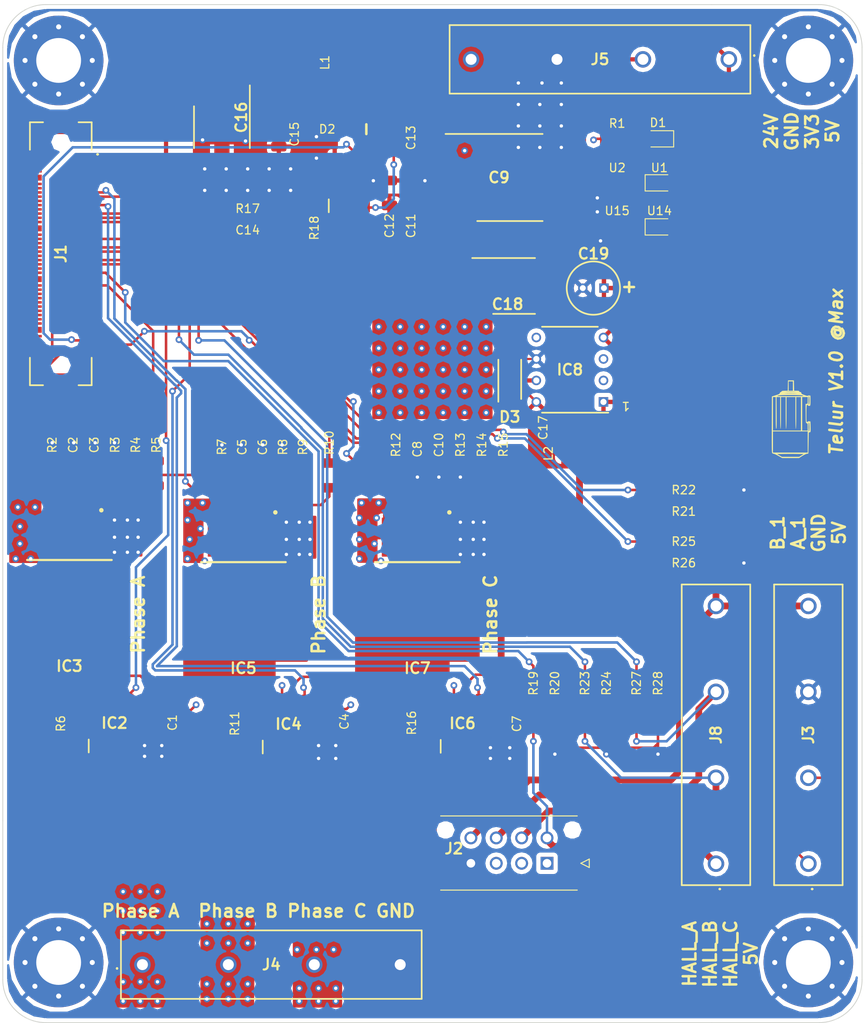
<source format=kicad_pcb>
(kicad_pcb (version 20211014) (generator pcbnew)
  (layers (0 "F.Cu" signal) (1 "In1.Cu" signal) (2 "In2.Cu" signal) (31 "B.Cu" signal) (34 "B.Paste" user) (35 "F.Paste" user) (36 "B.SilkS" user "B.Silkscreen") (37 "F.SilkS" user "F.Silkscreen") (38 "B.Mask" user) (39 "F.Mask" user) (44 "Edge.Cuts" user))
  (net 0 "")
  (net 1 "Net-(C6-Pad2)")
  (net 2 "Net-(IC3-Pad2)")
  (net 3 "Net-(IC3-Pad3)")
  (net 15 "/HB1_IS")
  (net 17 "/HB2_IS")
  (net 19 "/HB3_IS")
  (net 21 "/EN_5V")
  (net 66 "/HB3_INH")
  (net 68 "/HB2_INH")
  (net 76 "/HB1_INH")
  (net 83 "/Phase_C")
  (net 84 "/Phase_B")
  (net 85 "/Phase_A")
  (net 86 "/HALL_A")
  (net 87 "/HALL_B")
  (net 88 "/HALL_C")
  (net 89 "/B_1")
  (net 90 "/A_1")
  (net 91 "GND")
  (net 92 "+24V")
  (net 93 "+3V3")
  (net 96 "Net-(C3-Pad2)")
  (net 97 "Net-(C10-Pad2)")
  (net 99 "/driver/HB1_OUT")
  (net 101 "/driver/HB2_OUT")
  (net 102 "Net-(IC5-Pad3)")
  (net 103 "Net-(IC5-Pad2)")
  (net 104 "/driver/HB3_OUT")
  (net 105 "Net-(IC7-Pad3)")
  (net 106 "Net-(IC7-Pad2)")
  (net 107 "Net-(C13-Pad1)")
  (net 108 "Net-(C13-Pad2)")
  (net 109 "+5V")
  (net 110 "Net-(C14-Pad2)")
  (net 111 "Net-(C17-Pad1)")
  (net 112 "Net-(C17-Pad2)")
  (net 116 "Net-(U1-Pad1)")
  (net 117 "Net-(D1-Pad2)")
  (net 118 "Net-(U14-Pad1)")
  (net 119 "/current_A")
  (net 120 "/current_B")
  (net 121 "/current_C")
  (net 122 "/A_1_3V3")
  (net 123 "/B_1_3V3")
  (net 124 "/HB3_IN")
  (net 125 "/HB2_IN")
  (net 126 "/HALL_B_3V3")
  (net 127 "/HALL_A_3V3")
  (net 128 "/HALL_C_3V3")
  (net 129 "/HB1_IN")
  (footprint "max_KiCAD_lib:100uF_wuerth" (layer "F.Cu") (at 173.228 54.317 -90)
    (fp_text reference "C16")
    (fp_text value "100uF/10V" hide)
  )
  (footprint "Capacitor_SMD:C_1206_3216Metric" (layer "F.Cu") (at 195.58 62.914 90)
    (fp_text reference "C11")
    (fp_text value "2.2uF/100V")
  )
  (footprint "Resistor_SMD:R_1206_3216Metric" (layer "F.Cu") (at 206.502 96.5815 -90)
    (fp_text reference "R15")
    (fp_text value "10K")
  )
  (footprint "max_KiCAD_lib:68uFcap" (layer "F.Cu") (at 218.4 74.168 180)
    (fp_text reference "C19")
    (fp_text value "68 uF" hide)
  )
  (footprint "Capacitor_SMD:C_1206_3216Metric" (layer "F.Cu") (at 193.04 62.914 90)
    (fp_text reference "C12")
    (fp_text value "2.2uF/100V")
  )
  (footprint "max_KiCAD_lib:SOIC127P600X170-9N" (layer "F.Cu") (at 188.468 61.722 90)
    (fp_text reference "IC1")
    (fp_text value "MP9486AGN-Z" hide)
  )
  (footprint "Capacitor_SMD:C_1206_3216Metric" (layer "F.Cu") (at 178.0452 96.342 -90)
    (fp_text reference "C6")
    (fp_text value "100nF")
  )
  (footprint "Capacitor_SMD:C_1206_3216Metric" (layer "F.Cu") (at 184.15 63.041 90)
    (fp_text reference "R18")
    (fp_text value "10K")
  )
  (footprint "LED_SMD:LED_0805_2012Metric" (layer "F.Cu") (at 224.957 66.929)
    (fp_text reference "U14")
    (fp_text value "3V3")
  )
  (footprint "Capacitor_SMD:C_1206_3216Metric" (layer "F.Cu") (at 179.959 55.958 -90)
    (fp_text reference "C15")
    (fp_text value "4.7uF")
  )
  (footprint "max_KiCAD_lib:SOIC127P600X175-8N" (layer "F.Cu") (at 160.528 125.607 90)
    (fp_text reference "IC2")
    (fp_text value "INA240A4DR" hide)
  )
  (footprint "Resistor_SMD:R_1206_3216Metric" (layer "F.Cu") (at 193.802 96.5815 -90)
    (fp_text reference "R12")
    (fp_text value "1K")
  )
  (footprint "max_KiCAD_lib:LM2675N" (layer "F.Cu") (at 214.376 83.82 180)
    (fp_text reference "IC8")
    (fp_text value "LM2675N-3.3_NOPB" hide)
  )
  (footprint "LED_SMD:LED_0805_2012Metric" (layer "F.Cu") (at 224.957 61.722)
    (fp_text reference "U1")
    (fp_text value "5V")
  )
  (footprint "MountingHole:MountingHole_5.3mm_M5_Pad_Via" (layer "F.Cu") (at 242.57 153.924)
    (fp_text reference "H3")
    (fp_text value "MountingHole_Pad")
  )
  (footprint "max_KiCAD_lib:screwconnector_4_wuerth" (layer "F.Cu") (at 242.57 142.24 90)
    (fp_text reference "J3")
    (fp_text value "Screw_Terminal_01x04" hide)
  )
  (footprint "Resistor_SMD:R_1206_3216Metric" (layer "F.Cu") (at 201.422 96.5815 -90)
    (fp_text reference "R13")
    (fp_text value "0K51")
  )
  (footprint "Resistor_SMD:R_1206_3216Metric" (layer "F.Cu") (at 203.962 96.5815 -90)
    (fp_text reference "R14")
    (fp_text value "10K")
  )
  (footprint "Resistor_SMD:R_1206_3216Metric" (layer "F.Cu") (at 222.25 124.7755 90)
    (fp_text reference "R27")
    (fp_text value "1k")
  )
  (footprint "max_KiCAD_lib:FX10A80S8SV71" (layer "F.Cu") (at 154.178 70.104 -90)
    (fp_text reference "J1")
    (fp_text value "FX10A-80S_8-SV_71_" hide)
  )
  (footprint "max_KiCAD_lib:PG-TO263-7-1" (layer "F.Cu") (at 155.194 115.572 180)
    (fp_text reference "IC3")
    (fp_text value "BTN8982TAAUMA1" hide)
  )
  (footprint "Capacitor_SMD:C_0805_2012Metric" (layer "F.Cu") (at 214.564 93.726)
    (fp_text reference "L2")
    (fp_text value "47uH")
  )
  (footprint "max_KiCAD_lib:CAPAE1030X1050N" (layer "F.Cu") (at 205.994 61.087)
    (fp_text reference "C9")
    (fp_text value "470uF/25 VDC" hide)
  )
  (footprint "Resistor_SMD:R_1206_3216Metric" (layer "F.Cu") (at 231.7095 104.14 180)
    (fp_text reference "R25")
    (fp_text value "1k")
  )
  (footprint "Resistor_SMD:R_1206_3216Metric" (layer "F.Cu") (at 185.928 96.322 -90)
    (fp_text reference "R10")
    (fp_text value "10K")
  )
  (footprint "Capacitor_SMD:C_1206_3216Metric" (layer "F.Cu") (at 180.135 67.31)
    (fp_text reference "C14")
    (fp_text value "0.1uF")
  )
  (footprint "LOGO" (layer "F.Cu") (at 240.538 89.662 90)
    (fp_text reference "G***")
    (fp_text value "LOGO" hide)
  )
  (footprint "Resistor_SMD:R_1206_3216Metric" (layer "F.Cu") (at 180.4388 96.3295 -90)
    (fp_text reference "R8")
    (fp_text value "0K51")
  )
  (footprint "max_KiCAD_lib:33uH_wuerth_7447706330" (layer "F.Cu") (at 184.912 47.498 90)
    (fp_text reference "L1")
    (fp_text value "33uH")
  )
  (footprint "max_KiCAD_lib:SOIC127P600X175-8N" (layer "F.Cu") (at 181.102 125.73 90)
    (fp_text reference "IC4")
    (fp_text value "INA240A4DR" hide)
  )
  (footprint "Resistor_SMD:R_1206_3216Metric" (layer "F.Cu") (at 218.694 124.7755 -90)
    (fp_text reference "R24")
    (fp_text value "1k5")
  )
  (footprint "Resistor_SMD:R_1206_3216Metric" (layer "F.Cu") (at 165.481 96.0735 -90)
    (fp_text reference "R5")
    (fp_text value "10K")
  )
  (footprint "Resistor_SMD:R_1206_3216Metric" (layer "F.Cu") (at 219.964 56.515)
    (fp_text reference "R1")
    (fp_text value "2K")
  )
  (footprint "Resistor_SMD:R_1206_3216Metric" (layer "F.Cu") (at 224.79 124.7755 -90)
    (fp_text reference "R28")
    (fp_text value "1k5")
  )
  (footprint "max_KiCAD_lib:100uF_wuerth" (layer "F.Cu") (at 206.95 73.914)
    (fp_text reference "C18")
    (fp_text value "100uF" hide)
  )
  (footprint "Capacitor_SMD:C_1206_3216Metric" (layer "F.Cu") (at 185.674 125.427 -90)
    (fp_text reference "C4")
    (fp_text value "0.1uF")
  )
  (footprint "Resistor_SMD:R_1206_3216Metric" (layer "F.Cu") (at 156.21 125.6685 90)
    (fp_text reference "R6")
    (fp_text value "0.001")
  )
  (footprint "MountingHole:MountingHole_5.3mm_M5_Pad_Via" (layer "F.Cu") (at 153.924 153.924)
    (fp_text reference "H1")
    (fp_text value "MountingHole_Pad")
  )
  (footprint "Resistor_SMD:R_1206_3216Metric" (layer "F.Cu") (at 219.964 66.929 180)
    (fp_text reference "U15")
    (fp_text value "1k")
  )
  (footprint "Capacitor_SMD:C_1206_3216Metric" (layer "F.Cu") (at 206.248 125.697 -90)
    (fp_text reference "C7")
    (fp_text value "0.1uF")
  )
  (footprint "MountingHole:MountingHole_5.3mm_M5_Pad_Via" (layer "F.Cu") (at 153.924 47.244)
    (fp_text reference "H2" hide)
    (fp_text value "MountingHole_Pad")
  )
  (footprint "Capacitor_SMD:C_1206_3216Metric" (layer "F.Cu") (at 193.548 56.437 90)
    (fp_text reference "C13")
    (fp_text value "0.1uF")
  )
  (footprint "Resistor_SMD:R_1206_3216Metric" (layer "F.Cu") (at 216.154 124.7755 90)
    (fp_text reference "R23")
    (fp_text value "1k")
  )
  (footprint "Resistor_SMD:R_1206_3216Metric" (layer "F.Cu") (at 210.058 124.7755 90)
    (fp_text reference "R19")
    (fp_text value "1k")
  )
  (footprint "Capacitor_SMD:C_1206_3216Metric" (layer "F.Cu") (at 196.342 96.594 -90)
    (fp_text reference "C8")
    (fp_text value "1nF")
  )
  (footprint "max_KiCAD_lib:screwconnector_4_wuerth" (layer "F.Cu") (at 163.83 154.178)
    (fp_text reference "J4")
    (fp_text value "Screw_Terminal_01x04" hide)
  )
  (footprint "Resistor_SMD:R_1206_3216Metric" (layer "F.Cu") (at 173.228 96.322 -90)
    (fp_text reference "R7")
    (fp_text value "1K")
  )
  (footprint "max_KiCAD_lib:PG-TO263-7-1" (layer "F.Cu") (at 196.342 115.826 180)
    (fp_text reference "IC7")
    (fp_text value "BTN8982TAAUMA1" hide)
  )
  (footprint "MountingHole:MountingHole_5.3mm_M5_Pad_Via" (layer "F.Cu") (at 242.57 47.244)
    (fp_text reference "H4")
    (fp_text value "MountingHole_Pad")
  )
  (footprint "Resistor_SMD:R_1206_3216Metric" (layer "F.Cu") (at 212.598 124.7755 -90)
    (fp_text reference "R20")
    (fp_text value "1k5")
  )
  (footprint "max_KiCAD_lib:screwconnector_4_wuerth" (layer "F.Cu") (at 231.648 142.24 90)
    (fp_text reference "J8")
    (fp_text value "Screw_Terminal_01x04" hide)
  )
  (footprint "Resistor_SMD:R_1206_3216Metric" (layer "F.Cu") (at 182.8024 96.322 -90)
    (fp_text reference "R9")
    (fp_text value "10K")
  )
  (footprint "max_KiCAD_lib:screwconnector_4_wuerth" (layer "F.Cu") (at 233.172 47.117 180)
    (fp_text reference "J5")
    (fp_text value "Screw_Terminal_01x04" hide)
  )
  (footprint "Capacitor_SMD:C_1206_3216Metric" (layer "F.Cu") (at 165.354 125.558 -90)
    (fp_text reference "C1")
    (fp_text value "0.1uF")
  )
  (footprint "Resistor_SMD:R_1206_3216Metric" (layer "F.Cu") (at 231.7095 106.68)
    (fp_text reference "R26")
    (fp_text value "1k5")
  )
  (footprint "Resistor_SMD:R_1206_3216Metric" (layer "F.Cu") (at 197.485 125.5865 90)
    (fp_text reference "R16")
    (fp_text value "0.001")
  )
  (footprint "Resistor_SMD:R_1206_3216Metric" (layer "F.Cu") (at 231.7095 100.584 180)
    (fp_text reference "R21")
    (fp_text value "1k")
  )
  (footprint "max_KiCAD_lib:schottydiode50V" (layer "F.Cu") (at 207.264 84.958 90)
    (fp_text reference "D3")
    (fp_text value "D_Schottky" hide)
  )
  (footprint "Resistor_SMD:R_1206_3216Metric" (layer "F.Cu") (at 219.964 61.722 180)
    (fp_text reference "U2")
    (fp_text value "1k")
  )
  (footprint "Resistor_SMD:R_1206_3216Metric" (layer "F.Cu") (at 160.6014 96.0735 -90)
    (fp_text reference "R3")
    (fp_text value "0K51")
  )
  (footprint "max_KiCAD_lib:SOIC127P600X175-8N" (layer "F.Cu") (at 201.676 125.648 90)
    (fp_text reference "IC6")
    (fp_text value "INA240A4DR" hide)
  )
  (footprint "Resistor_SMD:R_1206_3216Metric" (layer "F.Cu") (at 176.784 125.6685 90)
    (fp_text reference "R11")
    (fp_text value "0.001")
  )
  (footprint "Diode_SMD:D_SOD-323" (layer "F.Cu") (at 188.468 55.372 180)
    (fp_text reference "D2")
    (fp_text value "1A/100V")
  )
  (footprint "max_KiCAD_lib:43045-08YY_121314" (layer "F.Cu") (at 211.66725 142.192)
    (fp_text reference "J2")
    (fp_text value "43045-0812" hide)
  )
  (footprint "Resistor_SMD:R_1206_3216Metric" (layer "F.Cu") (at 153.162 96.0735 -90)
    (fp_text reference "R2")
    (fp_text value "1K")
  )
  (footprint "Capacitor_SMD:C_1206_3216Metric" (layer "F.Cu") (at 214.454 90.678)
    (fp_text reference "C17")
    (fp_text value "10 nF")
  )
  (footprint "Resistor_SMD:R_1206_3216Metric" (layer "F.Cu") (at 231.7095 98.044)
    (fp_text reference "R22")
    (fp_text value "1k5")
  )
  (footprint "LED_SMD:LED_0805_2012Metric" (layer "F.Cu") (at 224.957 56.515 180)
    (fp_text reference "D1")
    (fp_text value "24V")
  )
  (footprint "Resistor_SMD:R_1206_3216Metric" (layer "F.Cu") (at 163.0412 96.0735 -90)
    (fp_text reference "R4")
    (fp_text value "10K")
  )
  (footprint "max_KiCAD_lib:PG-TO263-7-1" (layer "F.Cu") (at 175.768 115.826 180)
    (fp_text reference "IC5")
    (fp_text value "BTN8982TAAUMA1" hide)
  )
  (footprint "Capacitor_SMD:C_1206_3216Metric" (layer "F.Cu") (at 180.135 64.699)
    (fp_text reference "R17")
    (fp_text value "240K")
  )
  (footprint "Capacitor_SMD:C_1206_3216Metric" (layer "F.Cu") (at 158.1316 96.0935 -90)
    (fp_text reference "C3")
    (fp_text value "100nF")
  )
  (footprint "Capacitor_SMD:C_1206_3216Metric" (layer "F.Cu") (at 198.882 96.594 -90)
    (fp_text reference "C10")
    (fp_text value "100nF")
  )
  (footprint "Capacitor_SMD:C_1206_3216Metric" (layer "F.Cu") (at 155.6318 96.0935 -90)
    (fp_text reference "C2")
    (fp_text value "1nF")
  )
  (footprint "Capacitor_SMD:C_1206_3216Metric" (layer "F.Cu") (at 175.6216 96.342 -90)
    (fp_text reference "C5")
    (fp_text value "1nF")
  )
  (gr_line (start 147.32 150.876) (end 147.32 137.16) (layer "Edge.Cuts") (width 0.1))
  (gr_arc (start 152.4 161.036) (mid 148.807898 159.548102) (end 147.32 155.956) (layer "Edge.Cuts") (width 0.1))
  (gr_line (start 248.92 59.436) (end 248.92 45.72) (layer "Edge.Cuts") (width 0.1))
  (gr_line (start 248.92 150.876) (end 248.92 155.956) (layer "Edge.Cuts") (width 0.1))
  (gr_arc (start 243.84 40.64) (mid 247.432102 42.127898) (end 248.92 45.72) (layer "Edge.Cuts") (width 0.1))
  (gr_line (start 231.14 40.64) (end 243.84 40.64) (layer "Edge.Cuts") (width 0.1))
  (gr_line (start 147.32 150.876) (end 147.32 155.956) (layer "Edge.Cuts") (width 0.1))
  (gr_arc (start 248.92 155.956) (mid 247.432102 159.548102) (end 243.84 161.036) (layer "Edge.Cuts") (width 0.1))
  (gr_line (start 152.4 40.64) (end 231.14 40.64) (layer "Edge.Cuts") (width 0.1))
  (gr_line (start 147.32 137.16) (end 147.32 45.72) (layer "Edge.Cuts") (width 0.1))
  (gr_arc (start 147.32 45.72) (mid 148.807898 42.127898) (end 152.4 40.64) (layer "Edge.Cuts") (width 0.1))
  (gr_line (start 231.14 161.036) (end 243.84 161.036) (layer "Edge.Cuts") (width 0.1))
  (gr_line (start 231.14 161.036) (end 152.4 161.036) (layer "Edge.Cuts") (width 0.1))
  (gr_line (start 248.92 59.436) (end 248.92 150.876) (layer "Edge.Cuts") (width 0.1))
  (gr_text "HALL_A\nHALL_B\nHALL_C\n5V" (at 232.156 152.908 90) (layer "F.SilkS") (effects (font (size 1.5 1.5) (thickness 0.3))))
  (gr_text "Phase A" (at 163.322 112.776 90) (layer "F.SilkS") (effects (font (size 1.5 1.5) (thickness 0.3))))
  (gr_text "1" (at 220.98 88.138 180) (layer "F.SilkS") (effects (font (size 1 1))))
  (gr_text "_\n" (at 189.484 55.372 90) (layer "F.SilkS") (effects (font (size 1.5 1.5) (thickness 0.3))))
  (gr_text "+\n" (at 221.488 74.041 270) (layer "F.SilkS") (effects (font (size 1.5 1.5) (thickness 0.3))))
  (gr_text "Phase B\n" (at 184.658 112.776 90) (layer "F.SilkS") (effects (font (size 1.5 1.5) (thickness 0.3))))
  (gr_text "B_1\nA_1\nGND\n5V" (at 242.57 103.124 90) (layer "F.SilkS") (effects (font (size 1.5 1.5) (thickness 0.3))))
  (gr_text "24V\nGND\n3V3\n5V" (at 241.808 55.626 90) (layer "F.SilkS") (effects (font (size 1.5 1.5) (thickness 0.3))))
  (gr_text "Phase A  Phase B Phase C GND" (at 177.546 147.828) (layer "F.SilkS") (effects (font (size 1.5 1.5) (thickness 0.3))))
  (gr_text "Phase C\n" (at 204.978 112.776 90) (layer "F.SilkS") (effects (font (size 1.5 1.5) (thickness 0.3))))
  (gr_text "Tellur V1.0 @Max" (at 245.872 84.074 90) (layer "F.SilkS") (effects (font (size 1.5 1.5) (thickness 0.3) italic)))
  (segment (start 175.26 99.314) (end 177.546 99.314) (width 0.3) (layer "F.Cu") (net 1))
  (segment (start 178.0452 97.817) (end 180.4138 97.817) (width 0.3) (layer "F.Cu") (net 1))
  (segment (start 177.546 99.314) (end 178.0452 98.8148) (width 0.3) (layer "F.Cu") (net 1))
  (segment (start 180.4138 97.817) (end 180.4388 97.792) (width 0.3) (layer "F.Cu") (net 1))
  (segment (start 178.0452 98.8148) (end 178.0452 97.817) (width 0.3) (layer "F.Cu") (net 1))
  (segment (start 174.498 103.626) (end 174.498 100.076) (width 0.3) (layer "F.Cu") (net 1))
  (segment (start 174.498 100.076) (end 175.26 99.314) (width 0.3) (layer "F.Cu") (net 1))
  (segment (start 157.734 103.372) (end 157.734 100.838) (width 0.3) (layer "F.Cu") (net 2))
  (segment (start 157.734 100.838) (end 159.258 99.314) (width 0.3) (layer "F.Cu") (net 2))
  (segment (start 164.084 99.314) (end 165.481 97.917) (width 0.3) (layer "F.Cu") (net 2))
  (segment (start 159.258 99.314) (end 164.084 99.314) (width 0.3) (layer "F.Cu") (net 2))
  (segment (start 165.481 97.917) (end 165.481 97.536) (width 0.3) (layer "F.Cu") (net 2))
  (segment (start 159.004 98.806) (end 162.306 98.806) (width 0.3) (layer "F.Cu") (net 3))
  (segment (start 163.0412 98.0708) (end 163.0412 97.536) (width 0.3) (layer "F.Cu") (net 3))
  (segment (start 156.464 101.346) (end 159.004 98.806) (width 0.3) (layer "F.Cu") (net 3))
  (segment (start 156.464 103.372) (end 156.464 101.346) (width 0.3) (layer "F.Cu") (net 3))
  (segment (start 162.306 98.806) (end 163.0412 98.0708) (width 0.3) (layer "F.Cu") (net 3))
  (segment (start 149.606 85.598) (end 153.162 82.042) (width 0.3) (layer "F.Cu") (net 15))
  (segment (start 153.162 61.976) (end 155.284 59.854) (width 0.3) (layer "F.Cu") (net 15))
  (segment (start 152.654 98.044) (end 153.162 97.536) (width 0.3) (layer "F.Cu") (net 15))
  (segment (start 153.162 97.536) (end 155.5993 97.536) (width 0.3) (layer "F.Cu") (net 15))
  (segment (start 153.162 82.042) (end 153.162 61.976) (width 0.3) (layer "F.Cu") (net 15))
  (segment (start 153.162 97.536) (end 151.892 97.536) (width 0.3) (layer "F.Cu") (net 15))
  (segment (start 152.654 103.372) (end 152.654 98.044) (width 0.3) (layer "F.Cu") (net 15))
  (segment (start 155.284 59.854) (end 157.228 59.854) (width 0.3) (layer "F.Cu") (net 15))
  (segment (start 155.5993 97.536) (end 155.6318 97.5685) (width 0.3) (layer "F.Cu") (net 15))
  (segment (start 149.606 95.25) (end 149.606 85.598) (width 0.3) (layer "F.Cu") (net 15))
  (segment (start 151.892 97.536) (end 149.606 95.25) (width 0.3) (layer "F.Cu") (net 15))
  (segment (start 173.228 97.7845) (end 169.679 97.7845) (width 0.3) (layer "F.Cu") (net 17))
  (segment (start 175.5966 97.792) (end 175.6216 97.817) (width 0.3) (layer "F.Cu") (net 17))
  (segment (start 169.679 97.7845) (end 168.91 97.0155) (width 0.3) (layer "F.Cu") (net 17))
  (segment (start 159.512 62.6045) (end 159.2625 62.854) (width 0.3) (layer "F.Cu") (net 17))
  (segment (start 173.228 97.792) (end 175.5966 97.792) (width 0.3) (layer "F.Cu") (net 17))
  (segment (start 173.228 103.626) (end 173.228 97.792) (width 0.3) (layer "F.Cu") (net 17))
  (segment (start 159.2625 62.854) (end 157.228 62.854) (width 0.3) (layer "F.Cu") (net 17))
  (via (at 168.91 97.0155) (size 0.8) (drill 0.4) (layers "F.Cu" "B.Cu") (net 17))
  (via (at 159.512 62.6045) (size 0.8) (drill 0.4) (layers "F.Cu" "B.Cu") (net 17))
  (segment (start 167.859106 85.11) (end 160.516 77.766894) (width 0.3) (layer "B.Cu") (net 17))
  (segment (start 167.903767 85.11) (end 167.859106 85.11) (width 0.3) (layer "B.Cu") (net 17))
  (segment (start 160.516 77.766894) (end 160.516 63.6085) (width 0.3) (layer "B.Cu") (net 17))
  (segment (start 160.516 63.6085) (end 159.512 62.6045) (width 0.3) (layer "B.Cu") (net 17))
  (segment (start 168.91 86.116233) (end 167.903767 85.11) (width 0.3) (layer "B.Cu") (net 17))
  (segment (start 168.91 97.0155) (end 168.91 86.116233) (width 0.3) (layer "B.Cu") (net 17))
  (segment (start 187.706 86.868) (end 188.418576 87.580576) (width 0.3) (layer "F.Cu") (net 19))
  (segment (start 157.228 63.354) (end 164.192 63.354) (width 0.3) (layer "F.Cu") (net 19))
  (segment (start 164.192 63.354) (end 187.706 86.868) (width 0.3) (layer "F.Cu") (net 19))
  (segment (start 187.96 93.726) (end 192.278 98.044) (width 0.3) (layer "F.Cu") (net 19))
  (segment (start 196.317 98.044) (end 196.342 98.069) (width 0.3) (layer "F.Cu") (net 19))
  (segment (start 193.802 98.044) (end 196.317 98.044) (width 0.3) (layer "F.Cu") (net 19))
  (segment (start 193.802 103.626) (end 193.802 98.044) (width 0.3) (layer "F.Cu") (net 19))
  (segment (start 188.418576 87.580576) (end 188.771424 87.580576) (width 0.3) (layer "F.Cu") (net 19))
  (segment (start 192.278 98.044) (end 193.802 98.044) (width 0.3) (layer "F.Cu") (net 19))
  (via (at 188.771424 87.580576) (size 0.8) (drill 0.4) (layers "F.Cu" "B.Cu") (net 19))
  (via (at 187.96 93.726) (size 0.8) (drill 0.4) (layers "F.Cu" "B.Cu") (net 19))
  (segment (start 188.771424 92.914576) (end 187.96 93.726) (width 0.3) (layer "B.Cu") (net 19))
  (segment (start 188.771424 87.580576) (end 188.771424 92.914576) (width 0.3) (layer "B.Cu") (net 19))
  (segment (start 189.103 58.293) (end 187.96 57.15) (width 0.3) (layer "F.Cu") (net 21))
  (segment (start 187.833 59.01) (end 189.103 59.01) (width 0.3) (layer "F.Cu") (net 21))
  (segment (start 155.538 80.354) (end 155.448 80.264) (width 0.3) (layer "F.Cu") (net 21))
  (segment (start 189.103 59.01) (end 189.103 58.293) (width 0.3) (layer "F.Cu") (net 21))
  (segment (start 157.228 80.354) (end 155.538 80.354) (width 0.3) (layer "F.Cu") (net 21))
  (via (at 187.96 57.15) (size 0.8) (drill 0.4) (layers "F.Cu" "B.Cu") (net 21))
  (via (at 155.448 80.264) (size 0.8) (drill 0.4) (layers "F.Cu" "B.Cu") (net 21))
  (segment (start 152.908 80.264) (end 155.448 80.264) (width 0.3) (layer "B.Cu") (net 21))
  (segment (start 153.924 59.182) (end 152.146 60.96) (width 0.3) (layer "B.Cu") (net 21))
  (segment (start 187.591 57.519) (end 155.587 57.519) (width 0.3) (layer "B.Cu") (net 21))
  (segment (start 152.146 60.96) (end 152.146 79.502) (width 0.3) (layer "B.Cu") (net 21))
  (segment (start 155.587 57.519) (end 153.924 59.182) (width 0.3) (layer "B.Cu") (net 21))
  (segment (start 187.96 57.15) (end 187.591 57.519) (width 0.3) (layer "B.Cu") (net 21))
  (segment (start 152.146 79.502) (end 152.908 80.264) (width 0.3) (layer "B.Cu") (net 21))
  (segment (start 157.228 80.854) (end 160.61 80.854) (width 0.3) (layer "F.Cu") (net 66))
  (segment (start 160.61 80.854) (end 162.478 80.854) (width 0.3) (layer "F.Cu") (net 66))
  (segment (start 201.299 92.456) (end 203.962 95.119) (width 0.3) (layer "F.Cu") (net 66))
  (segment (start 176.606871 80.340871) (end 188.722 92.456) (width 0.3) (layer "F.Cu") (net 66))
  (segment (start 162.478 80.854) (end 164.062023 79.269977) (width 0.3) (layer "F.Cu") (net 66))
  (segment (start 188.722 92.456) (end 201.299 92.456) (width 0.3) (layer "F.Cu") (net 66))
  (segment (start 176.453129 80.340871) (end 176.606871 80.340871) (width 0.3) (layer "F.Cu") (net 66))
  (via (at 164.062023 79.269977) (size 0.8) (drill 0.4) (layers "F.Cu" "B.Cu") (net 66))
  (via (at 176.453129 80.340871) (size 0.8) (drill 0.4) (layers "F.Cu" "B.Cu") (net 66))
  (segment (start 175.535977 79.269977) (end 175.768 79.502) (width 0.3) (layer "B.Cu") (net 66))
  (segment (start 175.768 79.502) (end 176.022 79.756) (width 0.3) (layer "B.Cu") (net 66))
  (segment (start 176.022 79.756) (end 176.453129 80.187129) (width 0.3) (layer "B.Cu") (net 66))
  (segment (start 176.453129 80.187129) (end 176.453129 80.340871) (width 0.3) (layer "B.Cu") (net 66))
  (segment (start 164.062023 79.269977) (end 175.535977 79.269977) (width 0.3) (layer "B.Cu") (net 66))
  (segment (start 151.638 96.266) (end 150.114 94.742) (width 0.3) (layer "F.Cu") (net 68))
  (segment (start 154.713784 81.354) (end 157.228 81.354) (width 0.3) (layer "F.Cu") (net 68))
  (segment (start 181.3959 96.266) (end 151.638 96.266) (width 0.3) (layer "F.Cu") (net 68))
  (segment (start 150.114 85.953784) (end 154.713784 81.354) (width 0.3) (layer "F.Cu") (net 68))
  (segment (start 182.8024 94.8595) (end 181.3959 96.266) (width 0.3) (layer "F.Cu") (net 68))
  (segment (start 150.114 94.742) (end 150.114 85.953784) (width 0.3) (layer "F.Cu") (net 68))
  (segment (start 157.228 87.124) (end 157.228 81.854) (width 0.3) (layer "F.Cu") (net 76))
  (segment (start 163.0412 94.611) (end 163.0412 92.9372) (width 0.3) (layer "F.Cu") (net 76))
  (segment (start 163.0412 92.9372) (end 157.228 87.124) (width 0.3) (layer "F.Cu") (net 76))
  (segment (start 197.485 127.049) (end 198.46 127.049) (width 0.3) (layer "F.Cu") (net 83))
  (segment (start 198.46 127.049) (end 199.771 128.36) (width 0.3) (layer "F.Cu") (net 83))
  (via (at 184.658 156.972) (size 0.8) (drill 0.4) (layers "F.Cu" "B.Cu") (net 83))
  (via (at 186.69 156.972) (size 0.8) (drill 0.4) (layers "F.Cu" "B.Cu") (net 83))
  (via (at 182.372 156.972) (size 0.8) (drill 0.4) (layers "F.Cu" "B.Cu") (net 83))
  (via (at 186.436 152.4) (size 0.8) (drill 0.4) (layers "F.Cu" "B.Cu") (net 83))
  (via (at 184.658 158.496) (size 0.8) (drill 0.4) (layers "F.Cu" "B.Cu") (net 83))
  (via (at 186.69 158.496) (size 0.8) (drill 0.4) (layers "F.Cu" "B.Cu") (net 83))
  (via (at 182.118 152.4) (size 0.8) (drill 0.4) (layers "F.Cu" "B.Cu") (net 83))
  (via (at 182.372 158.496) (size 0.8) (drill 0.4) (layers "F.Cu" "B.Cu") (net 83))
  (via (at 184.404 152.4) (size 0.8) (drill 0.4) (layers "F.Cu" "B.Cu") (net 83))
  (segment (start 176.784 127.131) (end 177.886 127.131) (width 0.3) (layer "F.Cu") (net 84))
  (segment (start 177.886 127.131) (end 179.197 128.442) (width 0.3) (layer "F.Cu") (net 84))
  (via (at 176.276 151.638) (size 0.8) (drill 0.4) (layers "F.Cu" "B.Cu") (net 84))
  (via (at 176.276 158.242) (size 0.8) (drill 0.4) (layers "F.Cu" "B.Cu") (net 84))
  (via (at 171.45 156.464) (size 0.8) (drill 0.4) (layers "F.Cu" "B.Cu") (net 84))
  (via (at 173.99 158.242) (size 0.8) (drill 0.4) (layers "F.Cu" "B.Cu") (net 84))
  (via (at 176.276 149.352) (size 0.8) (drill 0.4) (layers "F.Cu" "B.Cu") (net 84))
  (via (at 176.276 156.464) (size 0.8) (drill 0.4) (layers "F.Cu" "B.Cu") (net 84))
  (via (at 171.45 151.638) (size 0.8) (drill 0.4) (layers "F.Cu" "B.Cu") (net 84))
  (via (at 173.99 156.464) (size 0.8) (drill 0.4) (layers "F.Cu" "B.Cu") (net 84))
  (via (at 171.45 149.352) (size 0.8) (drill 0.4) (layers "F.Cu" "B.Cu") (net 84))
  (via (at 173.99 151.638) (size 0.8) (drill 0.4) (layers "F.Cu" "B.Cu") (net 84))
  (via (at 171.45 158.242) (size 0.8) (drill 0.4) (layers "F.Cu" "B.Cu") (net 84))
  (via (at 173.99 149.352) (size 0.8) (drill 0.4) (layers "F.Cu" "B.Cu") (net 84))
  (segment (start 156.21 127.131) (end 157.435 127.131) (width 0.3) (layer "F.Cu") (net 85))
  (segment (start 157.435 127.131) (end 158.623 128.319) (width 0.3) (layer "F.Cu") (net 85))
  (via (at 165.608 150.368) (size 0.8) (drill 0.4) (layers "F.Cu" "B.Cu") (net 85))
  (via (at 161.544 156.21) (size 0.8) (drill 0.4) (layers "F.Cu" "B.Cu") (net 85))
  (via (at 163.576 150.368) (size 0.8) (drill 0.4) (layers "F.Cu" "B.Cu") (net 85))
  (via (at 161.544 150.368) (size 0.8) (drill 0.4) (layers "F.Cu" "B.Cu") (net 85))
  (via (at 161.544 147.828) (size 0.8) (drill 0.4) (layers "F.Cu" "B.Cu") (net 85))
  (via (at 163.576 156.21) (size 0.8) (drill 0.4) (layers "F.Cu" "B.Cu") (net 85))
  (via (at 163.576 145.542) (size 0.8) (drill 0.4) (layers "F.Cu" "B.Cu") (net 85))
  (via (at 165.608 145.542) (size 0.8) (drill 0.4) (layers "F.Cu" "B.Cu") (net 85))
  (via (at 165.608 158.496) (size 0.8) (drill 0.4) (layers "F.Cu" "B.Cu") (net 85))
  (via (at 161.544 158.496) (size 0.8) (drill 0.4) (layers "F.Cu" "B.Cu") (net 85))
  (via (at 165.608 156.21) (size 0.8) (drill 0.4) (layers "F.Cu" "B.Cu") (net 85))
  (via (at 163.576 147.828) (size 0.8) (drill 0.4) (layers "F.Cu" "B.Cu") (net 85))
  (via (at 163.576 158.496) (size 0.8) (drill 0.4) (layers "F.Cu" "B.Cu") (net 85))
  (via (at 161.544 145.542) (size 0.8) (drill 0.4) (layers "F.Cu" "B.Cu") (net 85))
  (via (at 165.608 147.828) (size 0.8) (drill 0.4) (layers "F.Cu" "B.Cu") (net 85))
  (segment (start 211.66725 139.439) (end 212.42725 140.199) (width 0.8) (layer "F.Cu") (net 86))
  (segment (start 210.058 126.238) (end 210.058 127.762) (width 0.3) (layer "F.Cu") (net 86))
  (segment (start 229.607 140.199) (end 231.648 142.24) (width 0.8) (layer "F.Cu") (net 86))
  (segment (start 212.42725 140.199) (end 229.607 140.199) (width 0.8) (layer "F.Cu") (net 86))
  (via (at 210.058 127.762) (size 0.8) (drill 0.4) (layers "F.Cu" "B.Cu") (net 86))
  (segment (start 211.66725 135.46725) (end 211.66725 139.439) (width 0.3) (layer "B.Cu") (net 86))
  (segment (start 210.058 133.858) (end 211.66725 135.46725) (width 0.3) (layer "B.Cu") (net 86))
  (segment (start 210.058 127.762) (end 210.058 133.858) (width 0.3) (layer "B.Cu") (net 86))
  (segment (start 211.84225 136.017) (end 229.743 136.017) (width 0.8) (layer "F.Cu") (net 87))
  (segment (start 229.743 136.017) (end 231.648 134.112) (width 0.8) (layer "F.Cu") (net 87))
  (segment (start 216.154 126.238) (end 216.154 127.762) (width 0.3) (layer "F.Cu") (net 87))
  (segment (start 231.648 134.112) (end 231.648 132.08) (width 0.8) (layer "F.Cu") (net 87))
  (segment (start 208.66725 139.192) (end 211.84225 136.017) (width 0.8) (layer "F.Cu") (net 87))
  (via (at 216.154 127.762) (size 0.8) (drill 0.4) (layers "F.Cu" "B.Cu") (net 87))
  (segment (start 220.427339 132.08) (end 231.648 132.08) (width 0.3) (layer "B.Cu") (net 87))
  (segment (start 216.154 127.806661) (end 220.427339 132.08) (width 0.3) (layer "B.Cu") (net 87))
  (segment (start 216.154 127.762) (end 216.154 127.806661) (width 0.3) (layer "B.Cu") (net 87))
  (segment (start 222.25 126.238) (end 222.25 127.762) (width 0.3) (layer "F.Cu") (net 88))
  (segment (start 205.66725 139.192) (end 210.74725 134.112) (width 0.8) (layer "F.Cu") (net 88))
  (segment (start 210.74725 134.112) (end 227.584 134.112) (width 0.8) (layer "F.Cu") (net 88))
  (segment (start 227.584 134.112) (end 229.616 132.08) (width 0.8) (layer "F.Cu") (net 88))
  (segment (start 229.616 123.952) (end 231.648 121.92) (width 0.8) (layer "F.Cu") (net 88))
  (segment (start 229.616 132.08) (end 229.616 123.952) (width 0.8) (layer "F.Cu") (net 88))
  (via (at 222.25 127.762) (size 0.8) (drill 0.4) (layers "F.Cu" "B.Cu") (net 88))
  (segment (start 225.806 127.762) (end 231.648 121.92) (width 0.3) (layer "B.Cu") (net 88))
  (segment (start 222.25 127.762) (end 225.806 127.762) (width 0.3) (layer "B.Cu") (net 88))
  (segment (start 245.872 105.918) (end 244.094 104.14) (width 0.3) (layer "F.Cu") (net 89))
  (segment (start 240.284 129.032) (end 245.872 123.444) (width 0.3) (layer "F.Cu") (net 89))
  (segment (start 244.094 104.14) (end 233.172 104.14) (width 0.3) (layer "F.Cu") (net 89))
  (segment (start 240.284 139.954) (end 240.284 129.032) (width 0.3) (layer "F.Cu") (net 89))
  (segment (start 242.57 142.24) (end 240.284 139.954) (width 0.3) (layer "F.Cu") (net 89))
  (segment (start 245.872 123.444) (end 245.872 105.918) (width 0.3) (layer "F.Cu") (net 89))
  (segment (start 244.602 100.584) (end 247.142 103.124) (width 0.3) (layer "F.Cu") (net 90))
  (segment (start 247.142 130.048) (end 245.11 132.08) (width 0.3) (layer "F.Cu") (net 90))
  (segment (start 247.142 103.124) (end 247.142 130.048) (width 0.3) (layer "F.Cu") (net 90))
  (segment (start 233.172 100.584) (end 244.602 100.584) (width 0.3) (layer "F.Cu") (net 90))
  (segment (start 245.11 132.08) (end 242.57 132.08) (width 0.3) (layer "F.Cu") (net 90))
  (segment (start 198.882 95.119) (end 198.882 96.52) (width 0.3) (layer "F.Cu") (net 91))
  (segment (start 218.694 128.016) (end 218.694 129.286) (width 0.3) (layer "F.Cu") (net 91))
  (segment (start 225.8945 58.27) (end 225.8945 56.515) (width 0.5) (layer "F.Cu") (net 91))
  (segment (start 218.5015 66.929) (end 218.5015 61.722) (width 0.5) (layer "F.Cu") (net 91))
  (segment (start 193.802 95.119) (end 196.342 95.119) (width 0.3) (layer "F.Cu") (net 91))
  (segment (start 219.3945 59.055) (end 225.1095 59.055) (width 0.5) (layer "F.Cu") (net 91))
  (segment (start 201.422 95.119) (end 198.882 95.119) (width 0.3) (layer "F.Cu") (net 91))
  (segment (start 218.694 128.016) (end 218.694 126.238) (width 0.3) (layer "F.Cu") (net 91))
  (segment (start 212.598 128.016) (end 212.598 126.238) (width 0.3) (layer "F.Cu") (net 91))
  (segment (start 212.598 128.016) (end 212.598 129.286) (width 0.3) (layer "F.Cu") (net 91))
  (segment (start 224.282 128.524) (end 219.202 128.524) (width 0.3) (layer "F.Cu") (net 91))
  (segment (start 218.694 128.016) (end 218.186 128.524) (width 0.3) (layer "F.Cu") (net 91))
  (segment (start 218.5015 59.948) (end 219.3945 59.055) (width 0.5) (layer "F.Cu") (net 91))
  (segment (start 161.163 128.319) (end 159.893 128.319) (width 0.3) (layer "F.Cu") (net 91))
  (segment (start 224.79 128.016) (end 224.79 129.286) (width 0.3) (layer "F.Cu") (net 91))
  (segment (start 161.163 128.319) (end 161.118 128.319) (width 0.3) (layer "F.Cu") (net 91))
  (segment (start 233.172 98.044) (end 234.95 98.044) (width 0.3) (layer "F.Cu") (net 91))
  (segment (start 218.186 128.524) (end 213.106 128.524) (width 0.3) (layer "F.Cu") (net 91))
  (segment (start 224.79 126.238) (end 224.79 128.016) (width 0.3) (layer "F.Cu") (net 91))
  (segment (start 207.772 82.55) (end 207.264 83.058) (width 0.25) (layer "F.Cu") (net 91))
  (segment (start 219.202 128.524) (end 218.694 128.016) (width 0.3) (layer "F.Cu") (net 91))
  (segment (start 196.342 95.119) (end 196.342 96.52) (width 0.3) (layer "F.Cu") (net 91))
  (segment (start 233.172 106.68) (end 234.95 106.68) (width 0.3) (layer "F.Cu") (net 91))
  (segment (start 161.118 128.319) (end 161.036 128.401) (width 0.3) (layer "F.Cu") (net 91))
  (segment (start 213.106 128.524) (end 212.598 128.016) (width 0.3) (layer "F.Cu") (net 91))
  (segment (start 201.422 95.119) (end 201.422 96.52) (width 0.3) (layer "F.Cu") (net 91))
  (segment (start 224.79 128.016) (end 224.282 128.524) (width 0.3) (layer "F.Cu") (net 91))
  (segment (start 225.1095 59.055) (end 225.8945 58.27) (width 0.5) (layer "F.Cu") (net 91))
  (segment (start 218.5015 61.722) (end 218.5015 59.948) (width 0.5) (layer "F.Cu") (net 91))
  (segment (start 210.406 82.55) (end 207.772 82.55) (width 0.25) (layer "F.Cu") (net 91))
  (via (at 155.702 92.456) (size 0.8) (drill 0.4) (layers "F.Cu" "B.Cu") (net 91))
  (via (at 182.372 103.886) (size 0.8) (drill 0.4) (layers "F.Cu" "B.Cu") (net 91))
  (via (at 184.658 128.27) (size 0.8) (drill 0.4) (layers "F.Cu" "B.Cu") (net 91))
  (via (at 163.322 103.632) (size 0.8) (drill 0.4) (layers "F.Cu" "B.Cu") (net 91))
  (via (at 176.276 60.071) (size 0.8) (drill 0.4) (layers "F.Cu" "B.Cu") (net 91))
  (via (at 164.084 129.54) (size 0.8) (drill 0.4) (layers "F.Cu" "B.Cu") (net 91))
  (via (at 184.404 56.261) (size 0.8) (drill 0.4) (layers "F.Cu" "B.Cu") (net 91))
  (via (at 207.264 128.524) (size 0.8) (drill 0.4) (layers "F.Cu" "B.Cu") (net 91))
  (via (at 207.264 129.794) (size 0.8) (drill 0.4) (layers "F.Cu" "B.Cu") (net 91))
  (via (at 183.642 103.886) (size 0.8) (drill 0.4) (layers "F.Cu" "B.Cu") (net 91))
  (via (at 180.34 92.71) (size 0.8) (drill 0.4) (layers "F.Cu" "B.Cu") (net 91))
  (via (at 224.79 129.286) (size 0.8) (drill 0.4) (layers "F.Cu" "B.Cu") (net 91))
  (via (at 170.942 56.642) (size 0.8) (drill 0.4) (layers "F.Cu" "B.Cu") (net 91))
  (via (at 166.116 128.27) (size 0.8) (drill 0.4) (layers "F.Cu" "B.Cu") (net 91))
  (via (at 213.36 54.991) (size 0.8) (drill 0.4) (layers "F.Cu" "B.Cu") (net 91))
  (via (at 162.052 105.41) (size 0.8) (drill 0.4) (layers "F.Cu" "B.Cu") (net 91))
  (via (at 208.28 57.531) (size 0.8) (drill 0.4) (layers "F.Cu" "B.Cu") (net 91))
  (via (at 186.69 129.794) (size 0.8) (drill 0.4) (layers "F.Cu" "B.Cu") (net 91))
  (via (at 183.642 105.664) (size 0.8) (drill 0.4) (layers "F.Cu" "B.Cu") (net 91))
  (via (at 160.528 105.41) (size 0.8) (drill 0.4) (layers "F.Cu" "B.Cu") (net 91))
  (via (at 202.946 101.854) (size 0.8) (drill 0.4) (layers "F.Cu" "B.Cu") (net 91))
  (via (at 210.82 57.531) (size 0.8) (drill 0.4) (layers "F.Cu" "B.Cu") (net 91))
  (via (at 198.882 96.52) (size 0.8) (drill 0.4) (layers "F.Cu" "B.Cu") (net 91))
  (via (at 201.422 101.854) (size 0.8) (drill 0.4) (layers "F.Cu" "B.Cu") (net 91))
  (via (at 160.528 101.6) (size 0.8) (drill 0.4) (layers "F.Cu" "B.Cu") (net 91))
  (via (at 201.422 105.664) (size 0.8) (drill 0.4) (layers "F.Cu" "B.Cu") (net 91))
  (via (at 171.196 60.071) (size 0.8) (drill 0.4) (layers "F.Cu" "B.Cu") (net 91))
  (via (at 218.694 129.286) (size 0.8) (drill 0.4) (layers "F.Cu" "B.Cu") (net 91))
  (via (at 211.074 49.911) (size 0.8) (drill 0.4) (layers "F.Cu" "B.Cu") (net 91))
  (via (at 191.135 61.468) (size 0.8) (drill 0.4) (layers "F.Cu" "B.Cu") (net 91))
  (via (at 178.816 62.611) (size 0.8) (drill 0.4) (layers "F.Cu" "B.Cu") (net 91))
  (via (at 210.82 52.451) (size 0.8) (drill 0.4) (layers "F.Cu" "B.Cu") (net 91))
  (via (at 204.978 128.524) (size 0.8) (drill 0.4) (layers "F.Cu" "B.Cu") (net 91))
  (via (at 204.216 103.886) (size 0.8) (drill 0.4) (layers "F.Cu" "B.Cu") (net 91))
  (via (at 181.356 60.071) (size 0.8) (drill 0.4) (layers "F.Cu" "B.Cu") (net 91))
  (via (at 166.116 129.54) (size 0.8) (drill 0.4) (layers "F.Cu" "B.Cu") (net 91))
  (via (at 182.372 101.854) (size 0.8) (drill 0.4) (layers "F.Cu" "B.Cu") (net 91))
  (via (at 201.422 96.52) (size 0.8) (drill 0.4) (layers "F.Cu" "B.Cu") (net 91))
  (via (at 217.9975 68.58) (size 0.8) (drill 0.4) (layers "F.Cu" "B.Cu") (net 91))
  (via (at 201.422 103.886) (size 0.8) (drill 0.4) (layers "F.Cu" "B.Cu") (net 91))
  (via (at 176.022 56.769) (size 0.8) (drill 0.4) (layers "F.Cu" "B.Cu") (net 91))
  (via (at 202.946 103.886) (size 0.8) (drill 0.4) (layers "F.Cu" "B.Cu") (net 91))
  (via (at 153.162 92.456) (size 0.8) (drill 0.4) (layers "F.Cu" "B.Cu") (net 91))
  (via (at 178.816 60.071) (size 0.8) (drill 0.4) (layers "F.Cu" "B.Cu") (net 91))
  (via (at 180.848 105.664) (size 0.8) (drill 0.4) (layers "F.Cu" "B.Cu") (net 91))
  (via (at 204.216 105.664) (size 0.8) (drill 0.4) (layers "F.Cu" "B.Cu") (net 91))
  (via (at 217.6165 63.5) (size 0.8) (drill 0.4) (layers "F.Cu" "B.Cu") (net 91))
  (via (at 160.528 103.632) (size 0.8) (drill 0.4) (layers "F.Cu" "B.Cu") (net 91))
  (via (at 213.36 49.911) (size 0.8) (drill 0.4) (layers "F.Cu" "B.Cu") (net 91))
  (via (at 162.052 101.6) (size 0.8) (drill 0.4) (layers "F.Cu" "B.Cu") (net 91))
  (via (at 202.946 105.664) (size 0.8) (drill 0.4) (layers "F.Cu" "B.Cu") (net 91))
  (via (at 162.052 103.632) (size 0.8) (drill 0.4) (layers "F.Cu" "B.Cu") (net 91))
  (via (at 184.658 129.794) (size 0.8) (drill 0.4) (layers "F.Cu" "B.Cu") (net 91))
  (via (at 180.848 101.854) (size 0.8) (drill 0.4) (layers "F.Cu" "B.Cu") (net 91))
  (via (at 160.528 92.456) (size 0.8) (drill 0.4) (layers "F.Cu" "B.Cu") (net 91))
  (via (at 183.642 101.854) (size 0.8) (drill 0.4) (layers "F.Cu" "B.Cu") (net 91))
  (via (at 204.216 101.854) (size 0.8) (drill 0.4) (layers "F.Cu" "B.Cu") (net 91))
  (via (at 176.276 62.611) (size 0.8) (drill 0.4) (layers "F.Cu" "B.Cu") (net 91))
  (via (at 171.196 62.611) (size 0.8) (drill 0.4) (layers "F.Cu" "B.Cu") (net 91))
  (via (at 163.322 105.41) (size 0.8) (drill 0.4) (layers "F.Cu" "B.Cu") (net 91))
  (via (at 186.69 128.27) (size 0.8) (drill 0.4) (layers "F.Cu" "B.Cu") (net 91))
  (via (at 164.084 128.27) (size 0.8) (drill 0.4) (layers "F.Cu" "B.Cu") (net 91))
  (via (at 197.231 61.468) (size 0.8) (drill 0.4) (layers "F.Cu" "B.Cu") (net 91))
  (via (at 173.736 62.611) (size 0.8) (drill 0.4) (layers "F.Cu" "B.Cu") (net 91))
  (via (at 158.242 92.456) (size 0.8) (drill 0.4) (layers "F.Cu" "B.Cu") (net 91))
  (via (at 173.736 60.071) (size 0.8) (drill 0.4) (layers "F.Cu" "B.Cu") (net 91))
  (via (at 217.6165 65.151) (size 0.8) (drill 0.4) (layers "F.Cu" "B.Cu") (net 91))
  (via (at 180.848 103.886) (size 0.8) (drill 0.4) (layers "F.Cu" "B.Cu") (net 91))
  (via (at 173.228 92.71) (size 0.8) (drill 0.4) (layers "F.Cu" "B.Cu") (net 91))
  (via (at 182.372 105.664) (size 0.8) (drill 0.4) (layers "F.Cu" "B.Cu") (net 91))
  (via (at 208.28 49.911) (size 0.8) (drill 0.4) (layers "F.Cu" "B.Cu") (net 91))
  (via (at 234.95 98.044) (size 0.8) (drill 0.4) (layers "F.Cu" "B.Cu") (net 91))
  (via (at 212.598 129.286) (size 0.8) (drill 0.4) (layers "F.Cu" "B.Cu") (net 91))
  (via (at 208.28 54.991) (size 0.8) (drill 0.4) (layers "F.Cu" "B.Cu") (net 91))
  (via (at 204.978 129.794) (size 0.8) (drill 0.4) (layers "F.Cu" "B.Cu") (net 91))
  (via (at 213.36 57.531) (size 0.8) (drill 0.4) (layers "F.Cu" "B.Cu") (net 91))
  (via (at 213.36 52.451) (size 0.8) (drill 0.4) (layers "F.Cu" "B.Cu") (net 91))
  (via (at 163.322 101.6) (size 0.8) (drill 0.4) (layers "F.Cu" "B.Cu") (net 91))
  (via (at 184.404 58.801) (size 0.8) (drill 0.4) (layers "F.Cu" "B.Cu") (net 91))
  (via (at 178.054 92.71) (size 0.8) (drill 0.4) (layers "F.Cu" "B.Cu") (net 91))
  (via (at 181.356 62.611) (size 0.8) (drill 0.4) (layers "F.Cu" "B.Cu") (net 91))
  (via (at 234.95 106.68) (size 0.8) (drill 0.4) (layers "F.Cu" "B.Cu") (net 91))
  (via (at 210.82 54.991) (size 0.8) (drill 0.4) (layers "F.Cu" "B.Cu") (net 91))
  (via (at 196.342 96.52) (size 0.8) (drill 0.4) (layers "F.Cu" "B.Cu") (net 91))
  (via (at 175.514 92.71) (size 0.8) (drill 0.4) (layers "F.Cu" "B.Cu") (net 91))
  (via (at 208.28 52.451) (size 0.8) (drill 0.4) (layers "F.Cu" "B.Cu") (net 91))
  (segment (start 210.406 85.09) (end 204.978 85.09) (width 0.5) (layer "F.Cu") (net 92))
  (segment (start 218.5015 56.515) (end 217.297 56.515) (width 0.3) (layer "F.Cu") (net 92))
  (segment (start 189.103 64.434) (end 189.103 66.548) (width 0.5) (layer "F.Cu") (net 92))
  (segment (start 217.297 56.515) (end 217.17 56.642) (width 0.3) (layer "F.Cu") (net 92))
  (segment (start 204.978 85.09) (end 204.343 84.455) (width 0.5) (layer "F.Cu") (net 92))
  (via (at 204.47 86.36) (size 0.8) (drill 0.4) (layers "F.Cu" "B.Cu") (net 92))
  (via (at 191.77 78.74) (size 0.8) (drill 0.4) (layers "F.Cu" "B.Cu") (net 92))
  (via (at 191.77 99.568) (size 0.8) (drill 0.4) (layers "F.Cu" "B.Cu") (net 92))
  (via (at 191.516 101.346) (size 0.8) (drill 0.4) (layers "F.Cu" "B.Cu") (net 92))
  (via (at 196.85 81.28) (size 0.8) (drill 0.4) (layers "F.Cu" "B.Cu") (net 92))
  (via (at 151.13 100.076) (size 0.8) (drill 0.4) (layers "F.Cu" "B.Cu") (net 92))
  (via (at 169.164 99.568) (size 0.8) (drill 0.4) (layers "F.Cu" "B.Cu") (net 92))
  (via (at 194.31 88.9) (size 0.8) (drill 0.4) (layers "F.Cu" "B.Cu") (net 92))
  (via (at 196.85 88.9) (size 0.8) (drill 0.4) (layers "F.Cu" "B.Cu") (net 92))
  (via (at 199.39 86.36) (size 0.8) (drill 0.4) (layers "F.Cu" "B.Cu") (net 92))
  (via (at 191.77 88.9) (size 0.8) (drill 0.4) (layers "F.Cu" "B.Cu") (net 92))
  (via (at 199.39 83.82) (size 0.8) (drill 0.4) (layers "F.Cu" "B.Cu") (net 92))
  (via (at 191.77 86.36) (size 0.8) (drill 0.4) (layers "F.Cu" "B.Cu") (net 92))
  (via (at 204.47 81.28) (size 0.8) (drill 0.4) (layers "F.Cu" "B.Cu") (net 92))
  (via (at 191.262 104.394) (size 0.8) (drill 0.4) (layers "F.Cu" "B.Cu") (net 92))
  (via (at 189.484 106.172) (size 0.8) (drill 0.4) (layers "F.Cu" "B.Cu") (net 92))
  (via (at 192.024 106.426) (size 0.8) (drill 0.4) (layers "F.Cu" "B.Cu") (net 92))
  (via (at 201.93 57.912) (size 0.8) (drill 0.4) (layers "F.Cu" "B.Cu") (net 92))
  (via (at 150.622 106.172) (size 0.8) (drill 0.4) (layers "F.Cu" "B.Cu") (net 92))
  (via (at 194.31 83.82) (size 0.8) (drill 0.4) (layers "F.Cu" "B.Cu") (net 92))
  (via (at 196.85 83.82) (size 0.8) (drill 0.4) (layers "F.Cu" "B.Cu") (net 92))
  (via (at 201.93 78.74) (size 0.8) (drill 0.4) (layers "F.Cu" "B.Cu") (net 92))
  (via (at 149.352 104.394) (size 0.8) (drill 0.4) (layers "F.Cu" "B.Cu") (net 92))
  (via (at 199.39 88.9) (size 0.8) (drill 0.4) (layers "F.Cu" "B.Cu") (net 92))
  (via (at 170.942 99.568) (size 0.8) (drill 0.4) (layers "F.Cu" "B.Cu") (net 92))
  (via (at 189.484 103.886) (size 0.8) (drill 0.4) (layers "F.Cu" "B.Cu") (net 92))
  (via (at 201.93 81.28) (size 0.8) (drill 0.4) (layers "F.Cu" "B.Cu") (net 92))
  (via (at 191.77 83.82) (size 0.8) (drill 0.4) (layers "F.Cu" "B.Cu") (net 92))
  (via (at 199.39 81.28) (size 0.8) (drill 0.4) (layers "F.Cu" "B.Cu") (net 92))
  (via (at 169.418 103.886) (size 0.8) (drill 0.4) (layers "F.Cu" "B.Cu") (net 92))
  (via (at 191.77 81.28) (size 0.8) (drill 0.4) (layers "F.Cu" "B.Cu") (net 92))
  (via (at 204.47 83.82) (size 0.8) (drill 0.4) (layers "F.Cu" "B.Cu") (net 92))
  (via (at 189.484 101.346) (size 0.8) (drill 0.4) (layers "F.Cu" "B.Cu") (net 92))
  (via (at 170.688 102.616) (size 0.8) (drill 0.4) (layers "F.Cu" "B.Cu") (net 92))
  (via (at 196.85 86.36) (size 0.8) (drill 0.4) (layers "F.Cu" "B.Cu") (net 92))
  (via (at 204.47 78.74) (size 0.8) (drill 0.4) (layers "F.Cu" "B.Cu") (net 92))
  (via (at 194.31 78.74) (size 0.8) (drill 0.4) (layers "F.Cu" "B.Cu") (net 92))
  (via (at 204.47 88.9) (size 0.8) (drill 0.4) (layers "F.Cu" "B.Cu") (net 92))
  (via (at 169.164 101.6) (size 0.8) (drill 0.4) (layers "F.Cu" "B.Cu") (net 92))
  (via (at 201.93 88.9) (size 0.8) (drill 0.4) (layers "F.Cu" "B.Cu") (net 92))
  (via (at 189.738 99.568) (size 0.8) (drill 0.4) (layers "F.Cu" "B.Cu") (net 92))
  (via (at 169.164 106.172) (size 0.8) (drill 0.4) (layers "F.Cu" "B.Cu") (net 92))
  (via (at 194.31 86.36) (size 0.8) (drill 0.4) (layers "F.Cu" "B.Cu") (net 92))
  (via (at 199.39 78.74) (size 0.8) (drill 0.4) (layers "F.Cu" "B.Cu") (net 92))
  (via (at 149.098 100.076) (size 0.8) (drill 0.4) (layers "F.Cu" "B.Cu") (net 92))
  (via (at 148.844 106.172) (size 0.8) (drill 0.4) (layers "F.Cu" "B.Cu") (net 92))
  (via (at 194.31 81.28) (size 0.8) (drill 0.4) (layers "F.Cu" "B.Cu") (net 92))
  (via (at 149.352 102.362) (size 0.8) (drill 0.4) (layers "F.Cu" "B.Cu") (net 92))
  (via (at 201.93 86.36) (size 0.8) (drill 0.4) (layers "F.Cu" "B.Cu") (net 92))
  (via (at 201.93 83.82) (size 0.8) (drill 0.4) (layers "F.Cu" "B.Cu") (net 92))
  (via (at 196.85 78.74) (size 0.8) (drill 0.4) (layers "F.Cu" "B.Cu") (net 92))
  (via (at 171.196 106.426) (size 0.8) (drill 0.4) (layers "F.Cu" "B.Cu") (net 92))
  (via (at 217.17 56.642) (size 0.8) (drill 0.4) (layers "F.Cu" "B.Cu") (net 92))
  (segment (start 181.737 123.018) (end 181.737 121.031) (width 0.3) (layer "F.Cu") (net 93))
  (segment (start 181.737 121.031) (end 182.626 120.142) (width 0.3) (layer "F.Cu") (net 93))
  (segment (start 206.248 115.062) (end 206.248 121.158) (width 0.8) (layer "F.Cu") (net 93))
  (segment (start 163.576 120.019) (end 165.354 121.797) (width 0.3) (layer "F.Cu") (net 93))
  (segment (start 159.893 122.895) (end 161.163 122.895) (width 0.3) (layer "F.Cu") (net 93))
  (segment (start 161.163 120.908) (end 162.052 120.019) (width 0.3) (layer "F.Cu") (net 93))
  (segment (start 184.15 120.142) (end 185.674 121.666) (width 0.3) (layer "F.Cu") (net 93))
  (segment (start 201.041 122.936) (end 202.311 122.936) (width 0.3) (layer "F.Cu") (net 93))
  (segment (start 185.674 121.666) (end 185.674 123.952) (width 0.3) (layer "F.Cu") (net 93))
  (segment (start 216.027 69.469) (end 218.4 71.842) (width 0.5) (layer "F.Cu") (net 93))
  (segment (start 206.248 121.158) (end 206.248 124.222) (width 0.3) (layer "F.Cu") (net 93))
  (segment (start 216.027 47.879) (end 216.027 69.469) (width 0.5) (layer "F.Cu") (net 93))
  (segment (start 215.514 93.726) (end 215.514 105.796) (width 0.8) (layer "F.Cu") (net 93))
  (segment (start 165.354 124.083) (end 169.541 124.083) (width 0.3) (layer "F.Cu") (net 93))
  (segment (start 187.96 123.952) (end 188.468 123.444) (width 0.3) (layer "F.Cu") (net 93))
  (segment (start 215.514 105.796) (end 206.248 115.062) (width 0.8) (layer "F.Cu") (net 93))
  (segment (start 185.674 123.952) (end 187.96 123.952) (width 0.3) (layer "F.Cu") (net 93))
  (segment (start 216.789 47.117) (end 216.027 47.879) (width 0.5) (layer "F.Cu") (net 93))
  (segment (start 202.311 120.777) (end 203.2 119.888) (width 0.3) (layer "F.Cu") (net 93))
  (segment (start 169.541 124.083) (end 170.18 123.444) (width 0.3) (layer "F.Cu") (net 93))
  (segment (start 226.06 67.0945) (end 225.8945 66.929) (width 0.3) (layer "F.Cu") (net 93))
  (segment (start 223.012 47.117) (end 216.789 47.117) (width 0.5) (layer "F.Cu") (net 93))
  (segment (start 203.2 119.888) (end 205.232 119.888) (width 0.3) (layer "F.Cu") (net 93))
  (segment (start 162.052 120.019) (end 163.576 120.019) (width 0.3) (layer "F.Cu") (net 93))
  (segment (start 206.248 120.904) (end 206.248 124.222) (width 0.3) (layer "F.Cu") (net 93))
  (segment (start 161.163 122.895) (end 161.163 120.908) (width 0.3) (layer "F.Cu") (net 93))
  (segment (start 200.66 121.158) (end 200.66 122.555) (width 0.3) (layer "F.Cu") (net 93))
  (segment (start 206.248 120.904) (end 206.248 121.158) (width 0.3) (layer "F.Cu") (net 93))
  (segment (start 165.354 121.797) (end 165.354 124.083) (width 0.3) (layer "F.Cu") (net 93))
  (segment (start 218.4 71.842) (end 218.4 74.168) (width 0.5) (layer "F.Cu") (net 93))
  (segment (start 181.737 123.018) (end 180.467 123.018) (width 0.3) (layer "F.Cu") (net 93))
  (segment (start 226.06 72.39) (end 224.282 74.168) (width 0.5) (layer "F.Cu") (net 93))
  (segment (start 202.311 122.936) (end 202.311 120.777) (width 0.3) (layer "F.Cu") (net 93))
  (segment (start 180.34 122.891) (end 180.467 123.018) (width 0.3) (layer "F.Cu") (net 93))
  (segment (start 224.282 74.168) (end 218.4 74.168) (width 0.5) (layer "F.Cu") (net 93))
  (segment (start 226.06 72.39) (end 226.06 67.0945) (width 0.3) (layer "F.Cu") (net 93))
  (segment (start 200.66 122.555) (end 201.041 122.936) (width 0.3) (layer "F.Cu") (net 93))
  (segment (start 182.626 120.142) (end 184.15 120.142) (width 0.3) (layer "F.Cu") (net 93))
  (segment (start 205.232 119.888) (end 206.248 120.904) (width 0.3) (layer "F.Cu") (net 93))
  (segment (start 180.34 121.158) (end 180.34 122.891) (width 0.3) (layer "F.Cu") (net 93))
  (via (at 188.468 123.444) (size 0.8) (drill 0.4) (layers "F.Cu" "B.Cu") (net 93))
  (via (at 180.34 121.158) (size 0.8) (drill 0.4) (layers "F.Cu" "B.Cu") (net 93))
  (via (at 200.66 121.158) (size 0.8) (drill 0.4) (layers "F.Cu" "B.Cu") (net 93))
  (via (at 170.18 123.444) (size 0.8) (drill 0.4) (layers "F.Cu" "B.Cu") (net 93))
  (segment (start 155.194 98.806) (end 157.734 98.806) (width 0.3) (layer "F.Cu") (net 96))
  (segment (start 158.1316 98.4084) (end 158.1316 97.5685) (width 0.3) (layer "F.Cu") (net 96))
  (segment (start 153.924 100.076) (end 155.194 98.806) (width 0.3) (layer "F.Cu") (net 96))
  (segment (start 160.5689 97.5685) (end 160.6014 97.536) (width 0.3) (layer "F.Cu") (net 96))
  (segment (start 158.1316 97.5685) (end 160.5689 97.5685) (width 0.3) (layer "F.Cu") (net 96))
  (segment (start 157.734 98.806) (end 158.1316 98.4084) (width 0.3) (layer "F.Cu") (net 96))
  (segment (start 153.924 103.372) (end 153.924 100.076) (width 0.3) (layer "F.Cu") (net 96))
  (segment (start 195.072 103.626) (end 195.072 100.076) (width 0.3) (layer "F.Cu") (net 97))
  (segment (start 195.834 99.314) (end 198.628 99.314) (width 0.3) (layer "F.Cu") (net 97))
  (segment (start 198.882 98.069) (end 201.397 98.069) (width 0.3) (layer "F.Cu") (net 97))
  (segment (start 195.072 100.076) (end 195.834 99.314) (width 0.3) (layer "F.Cu") (net 97))
  (segment (start 198.882 99.06) (end 198.882 98.069) (width 0.3) (layer "F.Cu") (net 97))
  (segment (start 198.628 99.314) (end 198.882 99.06) (width 0.3) (layer "F.Cu") (net 97))
  (segment (start 201.397 98.069) (end 201.422 98.044) (width 0.3) (layer "F.Cu") (net 97))
  (segment (start 157.312 124.206) (end 158.623 122.895) (width 0.3) (layer "F.Cu") (net 99))
  (segment (start 156.21 124.206) (end 157.312 124.206) (width 0.3) (layer "F.Cu") (net 99))
  (segment (start 178.009 124.206) (end 179.197 123.018) (width 0.3) (layer "F.Cu") (net 101))
  (segment (start 176.784 124.206) (end 178.009 124.206) (width 0.3) (layer "F.Cu") (net 101))
  (segment (start 181.864 99.06) (end 182.8024 98.1216) (width 0.3) (layer "F.Cu") (net 102))
  (segment (start 177.038 101.346) (end 179.324 99.06) (width 0.3) (layer "F.Cu") (net 102))
  (segment (start 179.324 99.06) (end 181.864 99.06) (width 0.3) (layer "F.Cu") (net 102))
  (segment (start 177.038 103.626) (end 177.038 101.346) (width 0.3) (layer "F.Cu") (net 102))
  (segment (start 182.8024 98.1216) (end 182.8024 97.7845) (width 0.3) (layer "F.Cu") (net 102))
  (segment (start 185.928 98.806) (end 185.928 97.7845) (width 0.3) (layer "F.Cu") (net 103))
  (segment (start 184.912 99.822) (end 185.928 98.806) (width 0.3) (layer "F.Cu") (net 103))
  (segment (start 178.308 103.626) (end 178.308 101.026) (width 0.3) (layer "F.Cu") (net 103))
  (segment (start 179.512 99.822) (end 184.912 99.822) (width 0.3) (layer "F.Cu") (net 103))
  (segment (start 178.308 101.026) (end 179.512 99.822) (width 0.3) (layer "F.Cu") (net 103))
  (segment (start 198.583 124.124) (end 199.771 122.936) (width 0.3) (layer "F.Cu") (net 104))
  (segment (start 197.485 124.124) (end 198.583 124.124) (width 0.3) (layer "F.Cu") (net 104))
  (segment (start 203.454 99.568) (end 203.962 99.06) (width 0.3) (layer "F.Cu") (net 105))
  (segment (start 203.962 99.06) (end 203.962 98.044) (width 0.3) (layer "F.Cu") (net 105))
  (segment (start 197.612 103.626) (end 197.612 101.6) (width 0.3) (layer "F.Cu") (net 105))
  (segment (start 197.612 101.6) (end 199.644 99.568) (width 0.3) (layer "F.Cu") (net 105))
  (segment (start 199.644 99.568) (end 203.454 99.568) (width 0.3) (layer "F.Cu") (net 105))
  (segment (start 198.882 103.626) (end 198.882 101.6) (width 0.3) (layer "F.Cu") (net 106))
  (segment (start 204.978 100.33) (end 206.502 98.806) (width 0.3) (layer "F.Cu") (net 106))
  (segment (start 200.152 100.33) (end 204.978 100.33) (width 0.3) (layer "F.Cu") (net 106))
  (segment (start 198.882 101.6) (end 200.152 100.33) (width 0.3) (layer "F.Cu") (net 106))
  (segment (start 206.502 98.806) (end 206.502 98.044) (width 0.3) (layer "F.Cu") (net 106))
  (segment (start 190.582 64.643) (end 190.373 64.434) (width 0.3) (layer "F.Cu") (net 107))
  (segment (start 193.548 57.912) (end 193.548 59.563) (width 0.3) (layer "F.Cu") (net 107))
  (segment (start 191.389 64.643) (end 190.582 64.643) (width 0.3) (layer "F.Cu") (net 107))
  (via (at 191.389 64.643) (size 0.8) (drill 0.4) (layers "F.Cu" "B.Cu") (net 107))
  (via (at 193.548 59.563) (size 0.8) (drill 0.4) (layers "F.Cu" "B.Cu") (net 107))
  (segment (start 192.532 64.643) (end 191.389 64.643) (width 0.3) (layer "B.Cu") (net 107))
  (segment (start 193.548 59.563) (end 193.548 63.627) (width 0.3) (layer "B.Cu") (net 107))
  (segment (start 193.548 63.627) (end 192.659 64.516) (width 0.3) (layer "B.Cu") (net 107))
  (segment (start 192.659 64.516) (end 192.532 64.643) (width 0.3) (layer "B.Cu") (net 107))
  (segment (start 190.373 59.01) (end 190.373 57.404) (width 0.8) (layer "F.Cu") (net 108))
  (segment (start 209.52525 132.334) (end 226.314 132.334) (width 0.8) (layer "F.Cu") (net 109))
  (segment (start 202.66725 139.192) (end 209.52525 132.334) (width 0.8) (layer "F.Cu") (net 109))
  (segment (start 185.296 42.164) (end 179.962 47.498) (width 0.5) (layer "F.Cu") (net 109))
  (segment (start 226.314 132.334) (end 227.33 131.318) (width 0.8) (layer "F.Cu") (net 109))
  (segment (start 233.172 59.944) (end 233.172 47.117) (width 0.5) (layer "F.Cu") (net 109))
  (segment (start 227.33 116.078) (end 231.648 111.76) (width 0.8) (layer "F.Cu") (net 109))
  (segment (start 226.357 61.722) (end 231.394 61.722) (width 0.5) (layer "F.Cu") (net 109))
  (segment (start 233.172 47.117) (end 228.219 42.164) (width 0.5) (layer "F.Cu") (net 109))
  (segment (start 231.648 111.76) (end 242.57 111.76) (width 0.8) (layer "F.Cu") (net 109))
  (segment (start 231.648 61.976) (end 231.394 61.722) (width 0.8) (layer "F.Cu") (net 109))
  (segment (start 231.648 111.76) (end 231.648 61.976) (width 0.8) (layer "F.Cu") (net 109))
  (segment (start 169.263 51.717) (end 173.228 51.717) (width 0.5) (layer "F.Cu") (net 109))
  (segment (start 178.66 64.699) (end 178.66 67.31) (width 0.5) (layer "F.Cu") (net 109))
  (segment (start 166.624 54.356) (end 169.263 51.717) (width 0.5) (layer "F.Cu") (net 109))
  (segment (start 227.33 131.318) (end 227.33 116.078) (width 0.8) (layer "F.Cu") (net 109))
  (segment (start 231.394 61.722) (end 233.172 59.944) (width 0.5) (layer "F.Cu") (net 109))
  (segment (start 228.219 42.164) (end 185.296 42.164) (width 0.5) (layer "F.Cu") (net 109))
  (segment (start 178.66 64.699) (end 170.109 64.699) (width 0.5) (layer "F.Cu") (net 109))
  (segment (start 170.109 64.699) (end 166.624 61.214) (width 0.5) (layer "F.Cu") (net 109))
  (segment (start 166.624 61.214) (end 166.624 54.356) (width 0.5) (layer "F.Cu") (net 109))
  (segment (start 181.793 64.516) (end 181.61 64.699) (width 0.5) (layer "F.Cu") (net 110))
  (segment (start 184.15 64.516) (end 181.793 64.516) (width 0.5) (layer "F.Cu") (net 110))
  (segment (start 184.232 64.434) (end 184.15 64.516) (width 0.5) (layer "F.Cu") (net 110))
  (segment (start 181.61 64.699) (end 181.61 67.31) (width 0.5) (layer "F.Cu") (net 110))
  (segment (start 186.563 64.434) (end 184.232 64.434) (width 0.5) (layer "F.Cu") (net 110))
  (segment (start 207.264 86.858) (end 209.634 86.858) (width 0.3) (layer "F.Cu") (net 111))
  (segment (start 209.634 86.858) (end 210.406 87.63) (width 0.3) (layer "F.Cu") (net 111))
  (segment (start 223.557 61.722) (end 221.4265 61.722) (width 0.5) (layer "F.Cu") (net 116))
  (segment (start 223.557 56.515) (end 221.4265 56.515) (width 0.5) (layer "F.Cu") (net 117))
  (segment (start 223.557 66.929) (end 221.4265 66.929) (width 0.5) (layer "F.Cu") (net 118))
  (segment (start 162.433 122.895) (end 162.433 122.047) (width 0.3) (layer "F.Cu") (net 119))
  (segment (start 162.433 122.047) (end 163.068 121.412) (width 0.3) (layer "F.Cu") (net 119))
  (segment (start 166.624 92.1895) (end 166.624 75.946) (width 0.3) (layer "F.Cu") (net 119))
  (segment (start 166.6365 92.202) (end 166.624 92.1895) (width 0.3) (layer "F.Cu") (net 119))
  (segment (start 166.624 75.946) (end 162.032 71.354) (width 0.3) (layer "F.Cu") (net 119))
  (segment (start 162.032 71.354) (end 157.228 71.354) (width 0.3) (layer "F.Cu") (net 119))
  (via (at 166.6365 92.202) (size 0.8) (drill 0.4) (layers "F.Cu" "B.Cu") (net 119))
  (via (at 163.068 121.412) (size 0.8) (drill 0.4) (layers "F.Cu" "B.Cu") (net 119))
  (segment (start 166.878 103.378) (end 166.878 92.4435) (width 0.3) (layer "B.Cu") (net 119))
  (segment (start 166.878 92.4435) (end 166.6365 92.202) (width 0.3) (layer "B.Cu") (net 119))
  (segment (start 163.068 107.188) (end 163.068 121.412) (width 0.3) (layer "B.Cu") (net 119))
  (segment (start 166.878 103.378) (end 163.068 107.188) (width 0.3) (layer "B.Cu") (net 119))
  (segment (start 183.007 121.539) (end 182.88 121.412) (width 0.3) (layer "F.Cu") (net 120))
  (segment (start 157.228 69.854) (end 162.31 69.854) (width 0.3) (layer "F.Cu") (net 120))
  (segment (start 162.31 69.854) (end 169.418 76.962) (width 0.3) (layer "F.Cu") (net 120))
  (segment (start 183.007 123.018) (end 183.007 121.539) (width 0.3) (layer "F.Cu") (net 120))
  (segment (start 169.418 84.328) (end 167.386 86.36) (width 0.3) (layer "F.Cu") (net 120))
  (segment (start 169.418 76.962) (end 169.418 84.328) (width 0.3) (layer "F.Cu") (net 120))
  (via (at 167.386 86.36) (size 0.8) (drill 0.4) (layers "F.Cu" "B.Cu") (net 120))
  (via (at 182.88 121.412) (size 0.8) (drill 0.4) (layers "F.Cu" "B.Cu") (net 120))
  (segment (start 165.354 119.38) (end 181.864 119.38) (width 0.3) (layer "B.Cu") (net 120))
  (segment (start 181.864 119.38) (end 182.88 120.396) (width 0.3) (layer "B.Cu") (net 120))
  (segment (start 165.053106 118.664894) (end 165.053106 119.079106) (width 0.3) (layer "B.Cu") (net 120))
  (segment (start 182.88 120.396) (end 182.88 121.412) (width 0.3) (layer "B.Cu") (net 120))
  (segment (start 167.386 116.332) (end 165.053106 118.664894) (width 0.3) (layer "B.Cu") (net 120))
  (segment (start 167.386 86.36) (end 167.386 116.332) (width 0.3) (layer "B.Cu") (net 120))
  (segment (start 165.053106 119.079106) (end 165.354 119.38) (width 0.3) (layer "B.Cu") (net 120))
  (segment (start 203.581 122.936) (end 203.581 121.539) (width 0.3) (layer "F.Cu") (net 121))
  (segment (start 159.604 64.354) (end 159.766 64.516) (width 0.3) (layer "F.Cu") (net 121))
  (segment (start 203.581 121.539) (end 203.454 121.412) (width 0.3) (layer "F.Cu") (net 121))
  (segment (start 157.228 64.354) (end 159.604 64.354) (width 0.3) (layer "F.Cu") (net 121))
  (via (at 159.766 64.516) (size 0.8) (drill 0.4) (layers "F.Cu" "B.Cu") (net 121))
  (via (at 203.454 121.412) (size 0.8) (drill 0.4) (layers "F.Cu" "B.Cu") (net 121))
  (segment (start 167.652 85.61) (end 167.696661 85.61) (width 0.3) (layer "B.Cu") (net 121))
  (segment (start 159.766 77.724) (end 167.652 85.61) (width 0.3) (layer "B.Cu") (net 121))
  (segment (start 203.454 120.396) (end 203.454 121.412) (width 0.3) (layer "B.Cu") (net 121))
  (segment (start 167.696661 85.61) (end 168.402 86.315339) (width 0.3) (layer "B.Cu") (net 121))
  (segment (start 168.402 86.614) (end 167.894 87.122) (width 0.3) (layer "B.Cu") (net 121))
  (segment (start 201.93 118.872) (end 203.454 120.396) (width 0.3) (layer "B.Cu") (net 121))
  (segment (start 165.553106 118.872) (end 201.93 118.872) (width 0.3) (layer "B.Cu") (net 121))
  (segment (start 167.894 116.531106) (end 165.553106 118.872) (width 0.3) (layer "B.Cu") (net 121))
  (segment (start 159.766 64.516) (end 159.766 77.724) (width 0.3) (layer "B.Cu") (net 121))
  (segment (start 168.402 86.315339) (end 168.402 86.614) (width 0.3) (layer "B.Cu") (net 121))
  (segment (start 167.894 87.122) (end 167.894 116.531106) (width 0.3) (layer "B.Cu") (net 121))
  (segment (start 206.502 91.186) (end 206.248 90.932) (width 0.3) (layer "F.Cu") (net 122))
  (segment (start 230.247 98.044) (end 230.247 100.584) (width 0.3) (layer "F.Cu") (net 122))
  (segment (start 165.484894 65.354) (end 157.228 65.354) (width 0.3) (layer "F.Cu") (net 122))
  (segment (start 191.062894 90.932) (end 165.484894 65.354) (width 0.3) (layer "F.Cu") (net 122))
  (segment (start 206.248 90.932) (end 191.062894 90.932) (width 0.3) (layer "F.Cu") (net 122))
  (segment (start 230.247 98.044) (end 221.234 98.044) (width 0.3) (layer "F.Cu") (net 122))
  (via (at 206.502 91.186) (size 0.8) (drill 0.4) (layers "F.Cu" "B.Cu") (net 122))
  (via (at 221.234 98.044) (size 0.8) (drill 0.4) (layers "F.Cu" "B.Cu") (net 122))
  (segment (start 209.241106 91.44) (end 206.756 91.44) (width 0.3) (layer "B.Cu") (net 122))
  (segment (start 215.845106 98.044) (end 221.234 98.044) (width 0.3) (layer "B.Cu") (net 122))
  (segment (start 206.756 91.44) (end 206.502 91.186) (width 0.3) (layer "B.Cu") (net 122))
  (segment (start 209.241106 91.44) (end 215.845106 98.044) (width 0.3) (layer "B.Cu") (net 122))
  (segment (start 205.224 91.432) (end 190.238 91.432) (width 0.3) (layer "F.Cu") (net 123))
  (segment (start 205.7525 91.9355) (end 205.74 91.948) (width 0.3) (layer "F.Cu") (net 123))
  (segment (start 205.74 91.948) (end 205.224 91.432) (width 0.3) (layer "F.Cu") (net 123))
  (segment (start 190.238 91.432) (end 164.66 65.854) (width 0.3) (layer "F.Cu") (net 123))
  (segment (start 230.247 104.14) (end 230.247 106.68) (width 0.3) (layer "F.Cu") (net 123))
  (segment (start 205.795244 91.9355) (end 205.7525 91.9355) (width 0.3) (layer "F.Cu") (net 123))
  (segment (start 164.66 65.854) (end 157.228 65.854) (width 0.3) (layer "F.Cu") (net 123))
  (segment (start 230.247 104.14) (end 221.234 104.14) (width 0.3) (layer "F.Cu") (net 123))
  (via (at 221.234 104.14) (size 0.8) (drill 0.4) (layers "F.Cu" "B.Cu") (net 123))
  (via (at 205.795244 91.9355) (size 0.8) (drill 0.4) (layers "F.Cu" "B.Cu") (net 123))
  (segment (start 205.807744 91.948) (end 205.795244 91.9355) (width 0.3) (layer "B.Cu") (net 123))
  (segment (start 209.042 91.948) (end 205.807744 91.948) (width 0.3) (layer "B.Cu") (net 123))
  (segment (start 221.234 104.14) (end 209.042 91.948) (width 0.3) (layer "B.Cu") (net 123))
  (segment (start 189.120213 91.948) (end 163.526213 66.354) (width 0.3) (layer "F.Cu") (net 124))
  (segment (start 206.502 95.119) (end 203.331 91.948) (width 0.3) (layer "F.Cu") (net 124))
  (segment (start 203.331 91.948) (end 189.120213 91.948) (width 0.3) (layer "F.Cu") (net 124))
  (segment (start 163.526213 66.354) (end 157.228 66.354) (width 0.3) (layer "F.Cu") (net 124))
  (segment (start 163.096 68.354) (end 157.228 68.354) (width 0.3) (layer "F.Cu") (net 125))
  (segment (start 185.928 94.8595) (end 185.928 91.186) (width 0.3) (layer "F.Cu") (net 125))
  (segment (start 185.928 91.186) (end 163.096 68.354) (width 0.3) (layer "F.Cu") (net 125))
  (segment (start 216.154 123.313) (end 216.154 118.364) (width 0.3) (layer "F.Cu") (net 126))
  (segment (start 218.694 123.313) (end 216.154 123.313) (width 0.3) (layer "F.Cu") (net 126))
  (segment (start 157.228 70.854) (end 162.548 70.854) (width 0.3) (layer "F.Cu") (net 126))
  (segment (start 168.148 76.454) (end 168.148 80.264) (width 0.3) (layer "F.Cu") (net 126))
  (segment (start 162.548 70.854) (end 168.148 76.454) (width 0.3) (layer "F.Cu") (net 126))
  (via (at 216.154 118.364) (size 0.8) (drill 0.4) (layers "F.Cu" "B.Cu") (net 126))
  (via (at 168.148 80.264) (size 0.8) (drill 0.4) (layers "F.Cu" "B.Cu") (net 126))
  (segment (start 182.626 90.678) (end 173.99 82.042) (width 0.3) (layer "B.Cu") (net 126))
  (segment (start 185.158 93.264893) (end 182.626 90.732893) (width 0.3) (layer "B.Cu") (net 126))
  (segment (start 185.158 113.276) (end 185.158 93.264893) (width 0.3) (layer "B.Cu") (net 126))
  (segment (start 188.468 116.586) (end 214.376 116.586) (width 0.3) (layer "B.Cu") (net 126))
  (segment (start 182.626 90.732893) (end 182.626 90.678) (width 0.3) (layer "B.Cu") (net 126))
  (segment (start 173.99 82.042) (end 169.926 82.042) (width 0.3) (layer "B.Cu") (net 126))
  (segment (start 169.926 82.042) (end 168.148 80.264) (width 0.3) (layer "B.Cu") (net 126))
  (segment (start 185.158 113.276) (end 188.468 116.586) (width 0.3) (layer "B.Cu") (net 126))
  (segment (start 214.376 116.586) (end 216.154 118.364) (width 0.3) (layer "B.Cu") (net 126))
  (segment (start 161.798 74.676) (end 159.476 72.354) (width 0.3) (layer "F.Cu") (net 127))
  (segment (start 212.598 123.313) (end 210.058 123.313) (width 0.3) (layer "F.Cu") (net 127))
  (segment (start 159.476 72.354) (end 157.228 72.354) (width 0.3) (layer "F.Cu") (net 127))
  (segment (start 210.058 118.872) (end 209.55 118.364) (width 0.3) (layer "F.Cu") (net 127))
  (segment (start 210.058 123.313) (end 210.058 118.872) (width 0.3) (layer "F.Cu") (net 127))
  (via (at 161.798 74.676) (size 0.8) (drill 0.4) (layers "F.Cu" "B.Cu") (net 127))
  (via (at 209.55 118.364) (size 0.8) (drill 0.4) (layers "F.Cu" "B.Cu") (net 127))
  (segment (start 173.99 82.804) (end 184.658 93.472) (width 0.3) (layer "B.Cu") (net 127))
  (segment (start 161.798 78.232) (end 166.37 82.804) (width 0.3) (layer "B.Cu") (net 127))
  (segment (start 188.214 117.094) (end 208.28 117.094) (width 0.3) (layer "B.Cu") (net 127))
  (segment (start 166.37 82.804) (end 173.99 82.804) (width 0.3) (layer "B.Cu") (net 127))
  (segment (start 184.658 93.472) (end 184.658 113.538) (width 0.3) (layer "B.Cu") (net 127))
  (segment (start 184.658 113.538) (end 188.214 117.094) (width 0.3) (layer "B.Cu") (net 127))
  (segment (start 208.28 117.094) (end 209.55 118.364) (width 0.3) (layer "B.Cu") (net 127))
  (segment (start 161.798 74.676) (end 161.798 78.232) (width 0.3) (layer "B.Cu") (net 127))
  (segment (start 157.228 69.354) (end 163.334 69.354) (width 0.3) (layer "F.Cu") (net 128))
  (segment (start 163.334 69.354) (end 170.476403 76.496403) (width 0.3) (layer "F.Cu") (net 128))
  (segment (start 224.79 123.313) (end 222.25 123.313) (width 0.3) (layer "F.Cu") (net 128))
  (segment (start 170.476403 76.496403) (end 170.476403 80.350357) (width 0.3) (layer "F.Cu") (net 128))
  (segment (start 222.25 123.313) (end 222.25 118.364) (width 0.3) (layer "F.Cu") (net 128))
  (via (at 222.25 118.364) (size 0.8) (drill 0.4) (layers "F.Cu" "B.Cu") (net 128))
  (via (at 170.476403 80.350357) (size 0.8) (drill 0.4) (layers "F.Cu" "B.Cu") (net 128))
  (segment (start 185.674 113.038) (end 188.722 116.086) (width 0.3) (layer "B.Cu") (net 128))
  (segment (start 209.296 116.078) (end 219.964 116.078) (width 0.3) (layer "B.Cu") (net 128))
  (segment (start 173.523696 80.350357) (end 185.674 92.500661) (width 0.3) (layer "B.Cu") (net 128))
  (segment (start 219.964 116.078) (end 222.25 118.364) (width 0.3) (layer "B.Cu") (net 128))
  (segment (start 209.288 116.086) (end 209.296 116.078) (width 0.3) (layer "B.Cu") (net 128))
  (segment (start 170.476403 80.350357) (end 173.523696 80.350357) (width 0.3) (layer "B.Cu") (net 128))
  (segment (start 185.674 92.500661) (end 185.674 113.038) (width 0.3) (layer "B.Cu") (net 128))
  (segment (start 188.722 116.086) (end 209.288 116.086) (width 0.3) (layer "B.Cu") (net 128))
  (segment (start 165.1 94.23) (end 165.1 79.248) (width 0.3) (layer "F.Cu") (net 129))
  (segment (start 159.706 73.854) (end 157.228 73.854) (width 0.3) (layer "F.Cu") (net 129))
  (segment (start 165.481 94.611) (end 165.1 94.23) (width 0.3) (layer "F.Cu") (net 129))
  (segment (start 165.1 79.248) (end 159.706 73.854) (width 0.3) (layer "F.Cu") (net 129))
  (zone (net 92) (net_name "+24V") (layer "F.Cu") (connect_pads (clearance 0.508)) (min_thickness 0.254) (fill yes (thermal_gap 0.508) (thermal_bridge_width 0.508))
    (polygon (pts (xy 205.232 69.342) (xy 205.232 89.662) (xy 191.008 89.662) (xy 191.008 69.342)))
  )
  (zone (net 92) (net_name "+24V") (layer "F.Cu") (connect_pads (clearance 0.508)) (min_thickness 0.254) (fill yes (thermal_gap 0.508) (thermal_bridge_width 0.508))
    (polygon (pts (xy 198.628 71.882) (xy 198.628 44.577) (xy 205.232 44.577) (xy 205.232 71.882)))
  )
  (zone (net 91) (net_name "GND") (layer "F.Cu") (connect_pads (clearance 0.508)) (min_thickness 0.254) (fill yes (thermal_gap 0.508) (thermal_bridge_width 0.508))
    (polygon (pts (xy 159.512 127.131) (xy 161.544 127.131) (xy 161.544 129.417) (xy 163.576 129.417) (xy 163.576 125.607) (xy 166.624 125.607) (xy 166.624 130.179) (xy 159.512 130.179)))
  )
  (zone (net 83) (net_name "/Phase_C") (layer "F.Cu") (connect_pads (clearance 0)) (min_thickness 0.0254) (fill yes (thermal_gap 0.508) (thermal_bridge_width 0.508))
    (polygon (pts (xy 198.628 148.336) (xy 187.452 148.336) (xy 187.452 159.258) (xy 181.61 159.258) (xy 181.61 141.478) (xy 191.262 141.478) (xy 191.262 125.984) (xy 198.628 125.984)))
  )
  (zone (net 104) (net_name "/driver/HB3_OUT") (layer "F.Cu") (connect_pads (clearance 0.508)) (min_thickness 0.254) (fill yes (thermal_gap 0.508) (thermal_bridge_width 0.508))
    (polygon (pts (xy 203.708 118.364) (xy 200.152 118.364) (xy 200.152 120.396) (xy 198.628 120.396) (xy 198.628 124.968) (xy 188.976 124.968) (xy 188.976 107.696) (xy 203.708 107.696)))
  )
  (zone (net 91) (net_name "GND") (layer "F.Cu") (connect_pads (clearance 0.508)) (min_thickness 0.254) (fill yes (thermal_gap 0.508) (thermal_bridge_width 0.508))
    (polygon (pts (xy 204.978 106.172) (xy 199.644 106.172) (xy 199.644 101.092) (xy 204.978 101.092)))
  )
  (zone (net 101) (net_name "/driver/HB2_OUT") (layer "F.Cu") (connect_pads (clearance 0.508)) (min_thickness 0.254) (fill yes (thermal_gap 0.508) (thermal_bridge_width 0.508))
    (polygon (pts (xy 183.388 118.364) (xy 179.578 118.364) (xy 179.578 120.396) (xy 178.054 120.396) (xy 178.054 124.968) (xy 168.656 124.968) (xy 168.656 107.442) (xy 183.388 107.442)))
  )
  (zone (net 91) (net_name "GND") (layer "F.Cu") (connect_pads (clearance 0.508)) (min_thickness 0.254) (fill yes (thermal_gap 0.508) (thermal_bridge_width 0.508))
    (polygon (pts (xy 180.086 127.254) (xy 182.118 127.254) (xy 182.118 129.54) (xy 184.15 129.54) (xy 184.15 125.476) (xy 187.198 125.476) (xy 187.198 130.302) (xy 180.086 130.302)))
  )
  (zone (net 85) (net_name "/Phase_A") (layer "F.Cu") (connect_pads (clearance 0.508)) (min_thickness 0.254) (fill yes (thermal_gap 0.508) (thermal_bridge_width 0.508))
    (polygon (pts (xy 157.48 135.89) (xy 166.878 135.89) (xy 166.878 159.258) (xy 160.528 159.258) (xy 160.528 144.272) (xy 148.844 144.272) (xy 148.844 126.238) (xy 157.48 126.238)))
  )
  (zone (net 93) (net_name "+3V3") (layer "F.Cu") (connect_pads (clearance 0.508)) (min_thickness 0.254) (fill yes (thermal_gap 0.508) (thermal_bridge_width 0.508))
    (polygon (pts (xy 215.265 94.869) (xy 215.265 92.71) (xy 220.599 92.71) (xy 220.599 81.153) (xy 217.551 81.153) (xy 217.551 71.755) (xy 223.012 71.755) (xy 223.012 94.869)))
  )
  (zone (net 91) (net_name "GND") (layer "F.Cu") (connect_pads (clearance 0.508)) (min_thickness 0.254) (fill yes (thermal_gap 0.508) (thermal_bridge_width 0.508))
    (polygon (pts (xy 207.518 75.565) (xy 207.518 63.627) (xy 212.852 63.627) (xy 212.852 75.565)))
  )
  (zone (net 108) (net_name "Net-(C13-Pad2)") (layer "F.Cu") (connect_pads (clearance 0.508)) (min_thickness 0.254) (fill yes (thermal_gap 0.508) (thermal_bridge_width 0.508))
    (polygon (pts (xy 195.072 56.642) (xy 190.881 56.642) (xy 190.881 53.721) (xy 195.072 53.721)))
  )
  (zone (net 111) (net_name "Net-(C17-Pad1)") (layer "F.Cu") (connect_pads (clearance 0.508)) (min_thickness 0.254) (fill yes (thermal_gap 0.508) (thermal_bridge_width 0.508))
    (polygon (pts (xy 209.423 95.5) (xy 209.423 86.991) (xy 214.376 86.991) (xy 214.376 89.912) (xy 214.376 89.916) (xy 214.376 95.5)))
  )
  (zone (net 91) (net_name "GND") (layer "F.Cu") (connect_pads (clearance 0.508)) (min_thickness 0.254) (fill yes (thermal_gap 0.508) (thermal_bridge_width 0.508))
    (polygon (pts (xy 216.9815 69.088) (xy 216.9815 60.071) (xy 219.3945 60.071) (xy 219.3945 69.088)))
  )
  (zone (net 112) (net_name "Net-(C17-Pad2)") (layer "F.Cu") (connect_pads (clearance 0.508)) (min_thickness 0.254) (fill yes (thermal_gap 0.508) (thermal_bridge_width 0.508))
    (polygon (pts (xy 215.265 91.821) (xy 215.265 89.281) (xy 217.551 89.281) (xy 217.551 86.614) (xy 220.091 86.614) (xy 220.091 91.821)))
  )
  (zone (net 91) (net_name "GND") (layer "F.Cu") (connect_pads (clearance 0.508)) (min_thickness 0.254) (fill yes (thermal_gap 0.508) (thermal_bridge_width 0.508))
    (polygon (pts (xy 169.799 54.61) (xy 177.165 54.61) (xy 177.165 56.515) (xy 182.753 56.515) (xy 182.753 54.102) (xy 188.087 54.102) (xy 188.087 56.261) (xy 186.944 56.261) (xy 186.944 60.325) (xy 197.485 60.325) (xy 197.485 62.357) (xy 190.881 62.357) (xy 190.881 63.246) (xy 169.799 63.246)))
  )
  (zone (net 91) (net_name "GND") (layer "F.Cu") (connect_pads (clearance 0.508)) (min_thickness 0.254) (fill yes (thermal_gap 0.508) (thermal_bridge_width 0.508))
    (polygon (pts (xy 161.79181 96.012) (xy 151.37781 96.011849) (xy 151.384 91.44) (xy 161.798 91.44)))
  )
  (zone (net 84) (net_name "/Phase_B") (layer "F.Cu") (connect_pads (clearance 0.508)) (min_thickness 0.254) (fill yes (thermal_gap 0.508) (thermal_bridge_width 0.508))
    (polygon (pts (xy 178.054 132.08) (xy 177.292 132.08) (xy 177.038 159.258) (xy 170.688 159.258) (xy 170.688 144.272) (xy 170.688 126.238) (xy 178.054 126.238)))
  )
  (zone (net 108) (net_name "Net-(C13-Pad2)") (layer "F.Cu") (connect_pads (clearance 0.508)) (min_thickness 0.254) (fill yes (thermal_gap 0.508) (thermal_bridge_width 0.508))
    (polygon (pts (xy 191.643 57.912) (xy 189.738 57.912) (xy 189.738 56.896) (xy 188.722 56.896) (xy 188.722 52.832) (xy 187.579 52.832) (xy 187.579 43.688) (xy 191.643 43.688)))
  )
  (zone (net 109) (net_name "+5V") (layer "F.Cu") (connect_pads (clearance 0.508)) (min_thickness 0.254) (fill yes (thermal_gap 0.508) (thermal_bridge_width 0.508))
    (polygon (pts (xy 182.245 55.753) (xy 177.927 55.753) (xy 177.927 53.594) (xy 171.577 53.594) (xy 171.577 47.752) (xy 176.657 47.752) (xy 176.657 43.942) (xy 182.245 43.942)))
  )
  (zone (net 92) (net_name "+24V") (layer "F.Cu") (connect_pads (clearance 0.508)) (min_thickness 0.254) (fill yes (thermal_gap 0.508) (thermal_bridge_width 0.508))
    (polygon (pts (xy 172.466 106.68) (xy 168.656 106.68) (xy 168.656 99.06) (xy 172.466 99.06)))
  )
  (zone (net 91) (net_name "GND") (layer "F.Cu") (connect_pads (clearance 0.508)) (min_thickness 0.254) (fill yes (thermal_gap 0.508) (thermal_bridge_width 0.508))
    (polygon (pts (xy 163.83 105.918) (xy 158.496 105.918) (xy 158.496 100.838) (xy 163.83 100.838)))
  )
  (zone (net 91) (net_name "GND") (layer "F.Cu") (connect_pads (clearance 0.508)) (min_thickness 0.254) (fill yes (thermal_gap 0.508) (thermal_bridge_width 0.508))
    (polygon (pts (xy 184.404 106.172) (xy 179.07 106.172) (xy 179.07 101.092) (xy 184.404 101.092)))
  )
  (zone (net 99) (net_name "/driver/HB1_OUT") (layer "F.Cu") (connect_pads (clearance 0)) (min_thickness 0.0254) (fill yes (thermal_gap 0.508) (thermal_bridge_width 0.508))
    (polygon (pts (xy 162.052 118.364) (xy 159.004 118.364) (xy 159.004 120.396) (xy 157.48 120.396) (xy 157.48 124.968) (xy 148.336 124.968) (xy 148.336 107.188) (xy 162.052 107.188)))
  )
  (zone (net 91) (net_name "GND") (layer "F.Cu") (connect_pads (clearance 0.508)) (min_thickness 0.254) (fill yes (thermal_gap 0.508) (thermal_bridge_width 0.508))
    (polygon (pts (xy 181.60381 96.266) (xy 171.18981 96.265849) (xy 171.196 91.694) (xy 181.61 91.694)))
  )
  (zone (net 92) (net_name "+24V") (layer "F.Cu") (connect_pads (clearance 0.508)) (min_thickness 0.254) (fill yes (thermal_gap 0.508) (thermal_bridge_width 0.508))
    (polygon (pts (xy 188.468 66.04) (xy 189.738 66.04) (xy 191.897 66.04) (xy 191.897 62.992) (xy 199.517 62.992) (xy 199.517 67.691) (xy 188.468 67.691)))
  )
  (zone (net 91) (net_name "GND") (layer "F.Cu") (connect_pads (clearance 0.508)) (min_thickness 0.254) (fill yes (thermal_gap 0.508) (thermal_bridge_width 0.508))
    (polygon (pts (xy 211.582 75.438) (xy 211.582 72.136) (xy 216.916 72.136) (xy 216.916 75.438)))
  )
  (zone (net 92) (net_name "+24V") (layer "F.Cu") (connect_pads (clearance 0.508)) (min_thickness 0.254) (fill yes (thermal_gap 0.508) (thermal_bridge_width 0.508))
    (polygon (pts (xy 193.04 106.65608) (xy 189.23 106.65608) (xy 189.23 99.03608) (xy 193.04 99.03608)))
  )
  (zone (net 91) (net_name "GND") (layer "F.Cu") (connect_pads (clearance 0.508)) (min_thickness 0.254) (fill yes (thermal_gap 0.508) (thermal_bridge_width 0.508))
    (polygon (pts (xy 206.248 65.151) (xy 206.248 44.577) (xy 214.63 44.577) (xy 214.63 65.151)))
  )
  (zone (net 92) (net_name "+24V") (layer "F.Cu") (connect_pads (clearance 0.508)) (min_thickness 0.254) (fill yes (thermal_gap 0.508) (thermal_bridge_width 0.508))
    (polygon (pts (xy 151.892 106.68) (xy 148.082 106.68) (xy 148.082 99.06) (xy 151.892 99.06)))
  )
  (zone (net 91) (net_name "GND") (layer "F.Cu") (connect_pads (clearance 0.508)) (min_thickness 0.254) (fill yes (thermal_gap 0.508) (thermal_bridge_width 0.508))
    (polygon (pts (xy 200.66 127.254) (xy 202.692 127.254) (xy 202.692 129.54) (xy 204.724 129.54) (xy 204.724 125.73) (xy 207.772 125.73) (xy 207.772 130.302) (xy 200.66 130.302)))
  )
  (zone (net 91) (net_name "GND") (layer "B.Cu") (connect_pads (clearance 0.508)) (min_thickness 0.254) (fill yes (thermal_gap 0.508) (thermal_bridge_width 0.508))
    (polygon (pts (xy 248.92 161.036) (xy 147.32 161.036) (xy 147.32 40.64) (xy 248.92 40.64)))
  )
)
</source>
